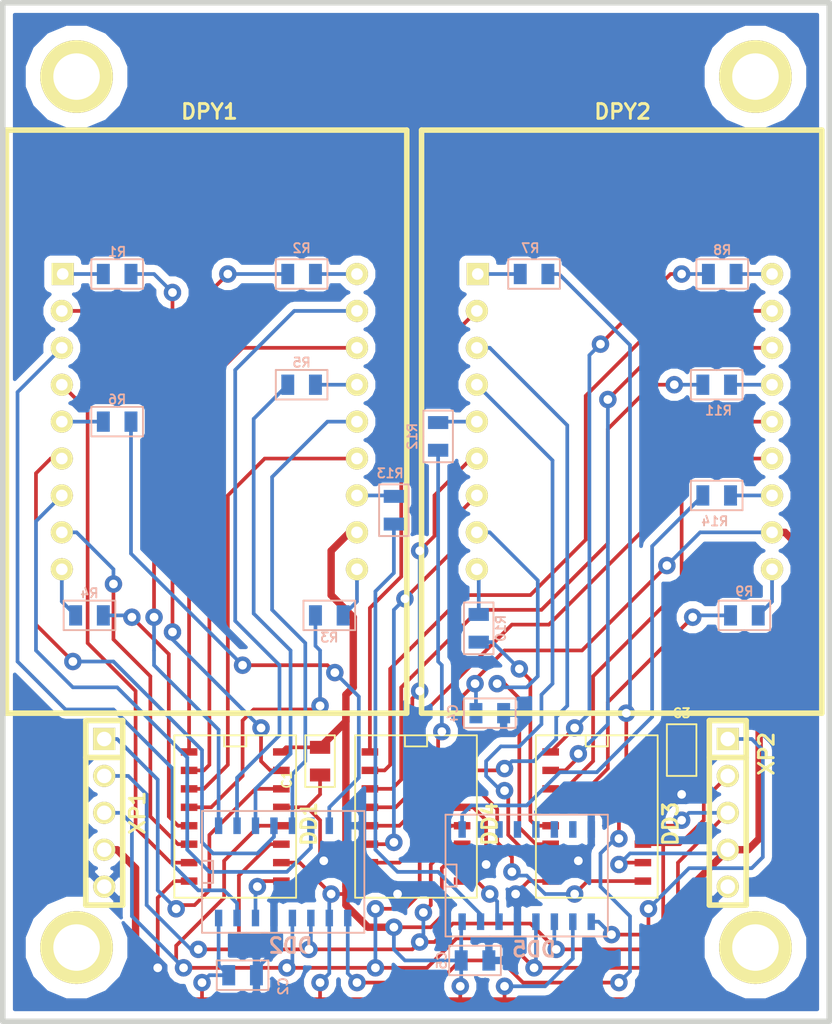
<source format=kicad_pcb>
(kicad_pcb (version 3) (host pcbnew "(2013-jul-07)-stable")

  (general
    (links 100)
    (no_connects 0)
    (area 92.773499 74.104499 150.050501 144.589501)
    (thickness 1.6002)
    (drawings 4)
    (tracks 611)
    (zones 0)
    (modules 32)
    (nets 59)
  )

  (page A4)
  (layers
    (15 Front signal)
    (0 Back signal)
    (16 B.Adhes user)
    (17 F.Adhes user)
    (18 B.Paste user)
    (19 F.Paste user)
    (20 B.SilkS user)
    (21 F.SilkS user)
    (22 B.Mask user)
    (23 F.Mask user)
    (24 Dwgs.User user)
    (25 Cmts.User user)
    (26 Eco1.User user)
    (27 Eco2.User user)
    (28 Edge.Cuts user)
  )

  (setup
    (last_trace_width 0.254)
    (user_trace_width 0.508)
    (trace_clearance 0.254)
    (zone_clearance 0.508)
    (zone_45_only no)
    (trace_min 0.254)
    (segment_width 0.381)
    (edge_width 0.381)
    (via_size 1.00076)
    (via_drill 0.59944)
    (via_min_size 0.889)
    (via_min_drill 0.508)
    (user_via 1.19888 0.59944)
    (uvia_size 0.508)
    (uvia_drill 0.127)
    (uvias_allowed no)
    (uvia_min_size 0.508)
    (uvia_min_drill 0.127)
    (pcb_text_width 0.3048)
    (pcb_text_size 1.524 2.032)
    (mod_edge_width 0.381)
    (mod_text_size 1.524 1.524)
    (mod_text_width 0.3048)
    (pad_size 1.524 1.524)
    (pad_drill 1.00076)
    (pad_to_mask_clearance 0.254)
    (aux_axis_origin 0 0)
    (visible_elements FFFFFFBF)
    (pcbplotparams
      (layerselection 271613953)
      (usegerberextensions true)
      (excludeedgelayer true)
      (linewidth 0.150000)
      (plotframeref false)
      (viasonmask false)
      (mode 1)
      (useauxorigin false)
      (hpglpennumber 1)
      (hpglpenspeed 20)
      (hpglpendiameter 15)
      (hpglpenoverlay 0)
      (psnegative false)
      (psa4output false)
      (plotreference true)
      (plotvalue true)
      (plotothertext true)
      (plotinvisibletext false)
      (padsonsilk true)
      (subtractmaskfromsilk true)
      (outputformat 1)
      (mirror false)
      (drillshape 1)
      (scaleselection 1)
      (outputdirectory ../../../../../../../Документы/GERBER_MOD_16_SEGMENT_LED/))
  )

  (net 0 "")
  (net 1 /DS)
  (net 2 /GND)
  (net 3 /Q7S)
  (net 4 /SHCP)
  (net 5 /STCP)
  (net 6 /VCC)
  (net 7 N-000001)
  (net 8 N-000002)
  (net 9 N-000003)
  (net 10 N-000004)
  (net 11 N-000005)
  (net 12 N-000006)
  (net 13 N-000007)
  (net 14 N-000008)
  (net 15 N-000009)
  (net 16 N-000010)
  (net 17 N-000011)
  (net 18 N-000012)
  (net 19 N-000013)
  (net 20 N-000014)
  (net 21 N-000015)
  (net 22 N-000016)
  (net 23 N-000024)
  (net 24 N-000025)
  (net 25 N-000026)
  (net 26 N-000027)
  (net 27 N-000028)
  (net 28 N-000030)
  (net 29 N-000031)
  (net 30 N-000032)
  (net 31 N-000033)
  (net 32 N-000034)
  (net 33 N-000035)
  (net 34 N-000036)
  (net 35 N-000037)
  (net 36 N-000038)
  (net 37 N-000040)
  (net 38 N-000041)
  (net 39 N-000043)
  (net 40 N-000044)
  (net 41 N-000045)
  (net 42 N-000046)
  (net 43 N-000047)
  (net 44 N-000048)
  (net 45 N-000049)
  (net 46 N-000050)
  (net 47 N-000051)
  (net 48 N-000052)
  (net 49 N-000053)
  (net 50 N-000054)
  (net 51 N-000055)
  (net 52 N-000056)
  (net 53 N-000057)
  (net 54 N-000058)
  (net 55 N-000059)
  (net 56 N-000060)
  (net 57 N-000061)
  (net 58 N-000062)

  (net_class Default "This is the default net class."
    (clearance 0.254)
    (trace_width 0.254)
    (via_dia 1.00076)
    (via_drill 0.59944)
    (uvia_dia 0.508)
    (uvia_drill 0.127)
    (add_net "")
    (add_net /DS)
    (add_net /GND)
    (add_net /Q7S)
    (add_net /SHCP)
    (add_net /STCP)
    (add_net /VCC)
    (add_net N-000001)
    (add_net N-000002)
    (add_net N-000003)
    (add_net N-000004)
    (add_net N-000005)
    (add_net N-000006)
    (add_net N-000007)
    (add_net N-000008)
    (add_net N-000009)
    (add_net N-000010)
    (add_net N-000011)
    (add_net N-000012)
    (add_net N-000013)
    (add_net N-000014)
    (add_net N-000015)
    (add_net N-000016)
    (add_net N-000024)
    (add_net N-000025)
    (add_net N-000026)
    (add_net N-000027)
    (add_net N-000028)
    (add_net N-000030)
    (add_net N-000031)
    (add_net N-000032)
    (add_net N-000033)
    (add_net N-000034)
    (add_net N-000035)
    (add_net N-000036)
    (add_net N-000037)
    (add_net N-000038)
    (add_net N-000040)
    (add_net N-000041)
    (add_net N-000043)
    (add_net N-000044)
    (add_net N-000045)
    (add_net N-000046)
    (add_net N-000047)
    (add_net N-000048)
    (add_net N-000049)
    (add_net N-000050)
    (add_net N-000051)
    (add_net N-000052)
    (add_net N-000053)
    (add_net N-000054)
    (add_net N-000055)
    (add_net N-000056)
    (add_net N-000057)
    (add_net N-000058)
    (add_net N-000059)
    (add_net N-000060)
    (add_net N-000061)
    (add_net N-000062)
  )

  (module 1_pin (layer Front) (tedit 519DD86B) (tstamp 519DD451)
    (at 145.415 78.74)
    (descr "module 1 pin (ou trou mecanique de percage)")
    (tags DEV)
    (path 1_pin)
    (fp_text reference 1_PIN (at 0 -3.048) (layer F.SilkS) hide
      (effects (font (size 0.50038 0.50038) (thickness 0.12446)))
    )
    (fp_text value P*** (at 0 -1.524) (layer F.SilkS) hide
      (effects (font (size 1.016 1.016) (thickness 0.254)))
    )
    (pad 1 thru_hole circle (at -0.635 0.635) (size 5.00126 5.00126) (drill 3.2004)
      (layers *.Cu *.Mask F.SilkS)
      (solder_mask_margin 1.99898)
      (clearance 1.00076)
    )
  )

  (module 1_pin (layer Front) (tedit 519DD862) (tstamp 519DD460)
    (at 144.78 139.7)
    (descr "module 1 pin (ou trou mecanique de percage)")
    (tags DEV)
    (path 1_pin)
    (fp_text reference 1_PIN (at 0 -3.048) (layer F.SilkS) hide
      (effects (font (size 0.50038 0.50038) (thickness 0.12446)))
    )
    (fp_text value P*** (at 0 -1.524) (layer F.SilkS) hide
      (effects (font (size 1.016 1.016) (thickness 0.254)))
    )
    (pad 1 thru_hole circle (at 0 -0.381) (size 5.00126 5.00126) (drill 3.2004)
      (layers *.Cu *.Mask F.SilkS)
      (solder_mask_margin 1.99898)
      (clearance 1.00076)
    )
  )

  (module 1_pin (layer Front) (tedit 519DD872) (tstamp 519DD454)
    (at 96.52 78.105)
    (descr "module 1 pin (ou trou mecanique de percage)")
    (tags DEV)
    (path 1_pin)
    (fp_text reference 1_PIN (at 0 -3.048) (layer F.SilkS) hide
      (effects (font (size 0.50038 0.50038) (thickness 0.12446)))
    )
    (fp_text value P*** (at 0 -1.524) (layer F.SilkS) hide
      (effects (font (size 1.016 1.016) (thickness 0.254)))
    )
    (pad 1 thru_hole circle (at 1.524 1.27) (size 5.00126 5.00126) (drill 3.2004)
      (layers *.Cu *.Mask F.SilkS)
      (solder_mask_margin 1.99898)
      (clearance 1.00076)
    )
  )

  (module SMD0805 (layer Front) (tedit 519DCD1F) (tstamp 51962D19)
    (at 114.808 126.492 270)
    (path /51961017)
    (attr smd)
    (fp_text reference C1 (at 1.27 2.286 270) (layer F.SilkS)
      (effects (font (size 0.635 0.635) (thickness 0.127)))
    )
    (fp_text value 0.1_мк (at 0.254 1.524 270) (layer F.SilkS) hide
      (effects (font (size 0.635 0.635) (thickness 0.127)))
    )
    (fp_line (start 1.778 1.016) (end 1.778 -1.016) (layer F.SilkS) (width 0.127))
    (fp_line (start -1.778 1.016) (end 1.778 1.016) (layer F.SilkS) (width 0.127))
    (fp_line (start -1.778 -1.016) (end -1.778 1.016) (layer F.SilkS) (width 0.127))
    (fp_line (start -1.778 -1.016) (end 1.778 -1.016) (layer F.SilkS) (width 0.127))
    (pad 1 smd rect (at -0.9525 0 270) (size 0.889 1.397)
      (layers Front F.Paste F.Mask)
      (net 6 /VCC)
    )
    (pad 2 smd rect (at 0.9525 0 270) (size 0.889 1.397)
      (layers Front F.Paste F.Mask)
      (net 2 /GND)
    )
    (model smd/chip_cms.wrl
      (at (xyz 0 0 0))
      (scale (xyz 0.1 0.1 0.1))
      (rotate (xyz 0 0 0))
    )
  )

  (module SMD0805 (layer Back) (tedit 51A8561C) (tstamp 51962D1B)
    (at 113.538 92.964)
    (path /516BF39B)
    (attr smd)
    (fp_text reference R2 (at 0 -1.778) (layer B.SilkS)
      (effects (font (size 0.635 0.635) (thickness 0.127)) (justify mirror))
    )
    (fp_text value 220 (at 0.254 -1.524) (layer B.SilkS) hide
      (effects (font (size 0.635 0.635) (thickness 0.127)) (justify mirror))
    )
    (fp_line (start 1.778 -1.016) (end 1.778 1.016) (layer B.SilkS) (width 0.127))
    (fp_line (start -1.778 -1.016) (end 1.778 -1.016) (layer B.SilkS) (width 0.127))
    (fp_line (start -1.778 1.016) (end -1.778 -1.016) (layer B.SilkS) (width 0.127))
    (fp_line (start -1.778 1.016) (end 1.778 1.016) (layer B.SilkS) (width 0.127))
    (pad 1 smd rect (at -0.9525 0) (size 0.889 1.397)
      (layers Back B.Paste B.Mask)
      (net 48 N-000052)
    )
    (pad 2 smd rect (at 0.9525 0) (size 0.889 1.397)
      (layers Back B.Paste B.Mask)
      (net 47 N-000051)
    )
    (model smd/chip_cms.wrl
      (at (xyz 0 0 0))
      (scale (xyz 0.1 0.1 0.1))
      (rotate (xyz 0 0 0))
    )
  )

  (module SMD0805 (layer Back) (tedit 4D1B3978) (tstamp 51962D1D)
    (at 115.443 116.459)
    (path /516BF39F)
    (attr smd)
    (fp_text reference R3 (at 0 1.524) (layer B.SilkS)
      (effects (font (size 0.635 0.635) (thickness 0.127)) (justify mirror))
    )
    (fp_text value 220 (at 0.254 -1.524) (layer B.SilkS) hide
      (effects (font (size 0.635 0.635) (thickness 0.127)) (justify mirror))
    )
    (fp_line (start 1.778 -1.016) (end 1.778 1.016) (layer B.SilkS) (width 0.127))
    (fp_line (start -1.778 -1.016) (end 1.778 -1.016) (layer B.SilkS) (width 0.127))
    (fp_line (start -1.778 1.016) (end -1.778 -1.016) (layer B.SilkS) (width 0.127))
    (fp_line (start -1.778 1.016) (end 1.778 1.016) (layer B.SilkS) (width 0.127))
    (pad 1 smd rect (at -0.9525 0) (size 0.889 1.397)
      (layers Back B.Paste B.Mask)
      (net 50 N-000054)
    )
    (pad 2 smd rect (at 0.9525 0) (size 0.889 1.397)
      (layers Back B.Paste B.Mask)
      (net 49 N-000053)
    )
    (model smd/chip_cms.wrl
      (at (xyz 0 0 0))
      (scale (xyz 0.1 0.1 0.1))
      (rotate (xyz 0 0 0))
    )
  )

  (module SMD0805 (layer Back) (tedit 4D1B3978) (tstamp 51962D1F)
    (at 98.933 116.459 180)
    (path /516BF3B7)
    (attr smd)
    (fp_text reference R4 (at 0 1.524 180) (layer B.SilkS)
      (effects (font (size 0.635 0.635) (thickness 0.127)) (justify mirror))
    )
    (fp_text value 220 (at 0.254 -1.524 180) (layer B.SilkS) hide
      (effects (font (size 0.635 0.635) (thickness 0.127)) (justify mirror))
    )
    (fp_line (start 1.778 -1.016) (end 1.778 1.016) (layer B.SilkS) (width 0.127))
    (fp_line (start -1.778 -1.016) (end 1.778 -1.016) (layer B.SilkS) (width 0.127))
    (fp_line (start -1.778 1.016) (end -1.778 -1.016) (layer B.SilkS) (width 0.127))
    (fp_line (start -1.778 1.016) (end 1.778 1.016) (layer B.SilkS) (width 0.127))
    (pad 1 smd rect (at -0.9525 0 180) (size 0.889 1.397)
      (layers Back B.Paste B.Mask)
      (net 52 N-000056)
    )
    (pad 2 smd rect (at 0.9525 0 180) (size 0.889 1.397)
      (layers Back B.Paste B.Mask)
      (net 51 N-000055)
    )
    (model smd/chip_cms.wrl
      (at (xyz 0 0 0))
      (scale (xyz 0.1 0.1 0.1))
      (rotate (xyz 0 0 0))
    )
  )

  (module SMD0805 (layer Back) (tedit 4D1B3978) (tstamp 51962D21)
    (at 100.838 103.124 180)
    (path /516BF3CC)
    (attr smd)
    (fp_text reference R6 (at 0 1.524 180) (layer B.SilkS)
      (effects (font (size 0.635 0.635) (thickness 0.127)) (justify mirror))
    )
    (fp_text value 220 (at 0.254 -1.524 180) (layer B.SilkS) hide
      (effects (font (size 0.635 0.635) (thickness 0.127)) (justify mirror))
    )
    (fp_line (start 1.778 -1.016) (end 1.778 1.016) (layer B.SilkS) (width 0.127))
    (fp_line (start -1.778 -1.016) (end 1.778 -1.016) (layer B.SilkS) (width 0.127))
    (fp_line (start -1.778 1.016) (end -1.778 -1.016) (layer B.SilkS) (width 0.127))
    (fp_line (start -1.778 1.016) (end 1.778 1.016) (layer B.SilkS) (width 0.127))
    (pad 1 smd rect (at -0.9525 0 180) (size 0.889 1.397)
      (layers Back B.Paste B.Mask)
      (net 37 N-000040)
    )
    (pad 2 smd rect (at 0.9525 0 180) (size 0.889 1.397)
      (layers Back B.Paste B.Mask)
      (net 54 N-000058)
    )
    (model smd/chip_cms.wrl
      (at (xyz 0 0 0))
      (scale (xyz 0.1 0.1 0.1))
      (rotate (xyz 0 0 0))
    )
  )

  (module SMD0805 (layer Back) (tedit 4D1B3978) (tstamp 51962D23)
    (at 100.838 92.964 180)
    (path /516BF3CD)
    (attr smd)
    (fp_text reference R1 (at 0 1.524 180) (layer B.SilkS)
      (effects (font (size 0.635 0.635) (thickness 0.127)) (justify mirror))
    )
    (fp_text value 220 (at 0.254 -1.524 180) (layer B.SilkS) hide
      (effects (font (size 0.635 0.635) (thickness 0.127)) (justify mirror))
    )
    (fp_line (start 1.778 -1.016) (end 1.778 1.016) (layer B.SilkS) (width 0.127))
    (fp_line (start -1.778 -1.016) (end 1.778 -1.016) (layer B.SilkS) (width 0.127))
    (fp_line (start -1.778 1.016) (end -1.778 -1.016) (layer B.SilkS) (width 0.127))
    (fp_line (start -1.778 1.016) (end 1.778 1.016) (layer B.SilkS) (width 0.127))
    (pad 1 smd rect (at -0.9525 0 180) (size 0.889 1.397)
      (layers Back B.Paste B.Mask)
      (net 35 N-000037)
    )
    (pad 2 smd rect (at 0.9525 0 180) (size 0.889 1.397)
      (layers Back B.Paste B.Mask)
      (net 46 N-000050)
    )
    (model smd/chip_cms.wrl
      (at (xyz 0 0 0))
      (scale (xyz 0.1 0.1 0.1))
      (rotate (xyz 0 0 0))
    )
  )

  (module SMD0805 (layer Back) (tedit 51A8776B) (tstamp 51962D25)
    (at 113.538 100.584)
    (path /516BF3D0)
    (attr smd)
    (fp_text reference R5 (at 0 -1.524) (layer B.SilkS)
      (effects (font (size 0.635 0.635) (thickness 0.127)) (justify mirror))
    )
    (fp_text value 220 (at 0.254 -1.524) (layer B.SilkS) hide
      (effects (font (size 0.635 0.635) (thickness 0.127)) (justify mirror))
    )
    (fp_line (start 1.778 -1.016) (end 1.778 1.016) (layer B.SilkS) (width 0.127))
    (fp_line (start -1.778 -1.016) (end 1.778 -1.016) (layer B.SilkS) (width 0.127))
    (fp_line (start -1.778 1.016) (end -1.778 -1.016) (layer B.SilkS) (width 0.127))
    (fp_line (start -1.778 1.016) (end 1.778 1.016) (layer B.SilkS) (width 0.127))
    (pad 1 smd rect (at -0.9525 0) (size 0.889 1.397)
      (layers Back B.Paste B.Mask)
      (net 32 N-000034)
    )
    (pad 2 smd rect (at 0.9525 0) (size 0.889 1.397)
      (layers Back B.Paste B.Mask)
      (net 36 N-000038)
    )
    (model smd/chip_cms.wrl
      (at (xyz 0 0 0))
      (scale (xyz 0.1 0.1 0.1))
      (rotate (xyz 0 0 0))
    )
  )

  (module SMD0805 (layer Back) (tedit 51A8775F) (tstamp 51962D27)
    (at 119.888 109.22 90)
    (path /519614DB)
    (attr smd)
    (fp_text reference R13 (at 2.54 -0.254 180) (layer B.SilkS)
      (effects (font (size 0.635 0.635) (thickness 0.127)) (justify mirror))
    )
    (fp_text value 220 (at 0.254 -1.524 90) (layer B.SilkS) hide
      (effects (font (size 0.635 0.635) (thickness 0.127)) (justify mirror))
    )
    (fp_line (start 1.778 -1.016) (end 1.778 1.016) (layer B.SilkS) (width 0.127))
    (fp_line (start -1.778 -1.016) (end 1.778 -1.016) (layer B.SilkS) (width 0.127))
    (fp_line (start -1.778 1.016) (end -1.778 -1.016) (layer B.SilkS) (width 0.127))
    (fp_line (start -1.778 1.016) (end 1.778 1.016) (layer B.SilkS) (width 0.127))
    (pad 1 smd rect (at -0.9525 0 90) (size 0.889 1.397)
      (layers Back B.Paste B.Mask)
      (net 21 N-000015)
    )
    (pad 2 smd rect (at 0.9525 0 90) (size 0.889 1.397)
      (layers Back B.Paste B.Mask)
      (net 40 N-000044)
    )
    (model smd/chip_cms.wrl
      (at (xyz 0 0 0))
      (scale (xyz 0.1 0.1 0.1))
      (rotate (xyz 0 0 0))
    )
  )

  (module SMD0805 (layer Back) (tedit 51A84467) (tstamp 51962D29)
    (at 126.492 123.19)
    (path /51961577)
    (attr smd)
    (fp_text reference C4 (at -2.54 0 270) (layer B.SilkS)
      (effects (font (size 0.635 0.635) (thickness 0.127)) (justify mirror))
    )
    (fp_text value 0.1_мк (at 0.254 -1.524) (layer B.SilkS) hide
      (effects (font (size 0.635 0.635) (thickness 0.127)) (justify mirror))
    )
    (fp_line (start 1.778 -1.016) (end 1.778 1.016) (layer B.SilkS) (width 0.127))
    (fp_line (start -1.778 -1.016) (end 1.778 -1.016) (layer B.SilkS) (width 0.127))
    (fp_line (start -1.778 1.016) (end -1.778 -1.016) (layer B.SilkS) (width 0.127))
    (fp_line (start -1.778 1.016) (end 1.778 1.016) (layer B.SilkS) (width 0.127))
    (pad 1 smd rect (at -0.9525 0) (size 0.889 1.397)
      (layers Back B.Paste B.Mask)
      (net 6 /VCC)
    )
    (pad 2 smd rect (at 0.9525 0) (size 0.889 1.397)
      (layers Back B.Paste B.Mask)
      (net 2 /GND)
    )
    (model smd/chip_cms.wrl
      (at (xyz 0 0 0))
      (scale (xyz 0.1 0.1 0.1))
      (rotate (xyz 0 0 0))
    )
  )

  (module SMD0805 (layer Back) (tedit 51A8617F) (tstamp 51962D2B)
    (at 109.474 141.224)
    (path /51961040)
    (attr smd)
    (fp_text reference C2 (at 2.794 0.762 90) (layer B.SilkS)
      (effects (font (size 0.635 0.635) (thickness 0.127)) (justify mirror))
    )
    (fp_text value 0.1_мк (at 0.254 -1.524) (layer B.SilkS) hide
      (effects (font (size 0.635 0.635) (thickness 0.127)) (justify mirror))
    )
    (fp_line (start 1.778 -1.016) (end 1.778 1.016) (layer B.SilkS) (width 0.127))
    (fp_line (start -1.778 -1.016) (end 1.778 -1.016) (layer B.SilkS) (width 0.127))
    (fp_line (start -1.778 1.016) (end -1.778 -1.016) (layer B.SilkS) (width 0.127))
    (fp_line (start -1.778 1.016) (end 1.778 1.016) (layer B.SilkS) (width 0.127))
    (pad 1 smd rect (at -0.9525 0) (size 0.889 1.397)
      (layers Back B.Paste B.Mask)
      (net 6 /VCC)
    )
    (pad 2 smd rect (at 0.9525 0) (size 0.889 1.397)
      (layers Back B.Paste B.Mask)
      (net 2 /GND)
    )
    (model smd/chip_cms.wrl
      (at (xyz 0 0 0))
      (scale (xyz 0.1 0.1 0.1))
      (rotate (xyz 0 0 0))
    )
  )

  (module SMD0805 (layer Front) (tedit 519DCE67) (tstamp 51962D2D)
    (at 139.7 125.73 270)
    (path /51961043)
    (attr smd)
    (fp_text reference C3 (at -2.54 0 540) (layer F.SilkS)
      (effects (font (size 0.635 0.635) (thickness 0.127)))
    )
    (fp_text value 0.1_мк (at 0.254 1.524 270) (layer F.SilkS) hide
      (effects (font (size 0.635 0.635) (thickness 0.127)))
    )
    (fp_line (start 1.778 1.016) (end 1.778 -1.016) (layer F.SilkS) (width 0.127))
    (fp_line (start -1.778 1.016) (end 1.778 1.016) (layer F.SilkS) (width 0.127))
    (fp_line (start -1.778 -1.016) (end -1.778 1.016) (layer F.SilkS) (width 0.127))
    (fp_line (start -1.778 -1.016) (end 1.778 -1.016) (layer F.SilkS) (width 0.127))
    (pad 1 smd rect (at -0.9525 0 270) (size 0.889 1.397)
      (layers Front F.Paste F.Mask)
      (net 6 /VCC)
    )
    (pad 2 smd rect (at 0.9525 0 270) (size 0.889 1.397)
      (layers Front F.Paste F.Mask)
      (net 2 /GND)
    )
    (model smd/chip_cms.wrl
      (at (xyz 0 0 0))
      (scale (xyz 0.1 0.1 0.1))
      (rotate (xyz 0 0 0))
    )
  )

  (module SMD0805 (layer Back) (tedit 51A852B2) (tstamp 51962D2F)
    (at 129.54 92.964 180)
    (path /519613A8)
    (attr smd)
    (fp_text reference R7 (at 0.254 1.778 180) (layer B.SilkS)
      (effects (font (size 0.635 0.635) (thickness 0.127)) (justify mirror))
    )
    (fp_text value 220 (at 0.254 -1.524 180) (layer B.SilkS) hide
      (effects (font (size 0.635 0.635) (thickness 0.127)) (justify mirror))
    )
    (fp_line (start 1.778 -1.016) (end 1.778 1.016) (layer B.SilkS) (width 0.127))
    (fp_line (start -1.778 -1.016) (end 1.778 -1.016) (layer B.SilkS) (width 0.127))
    (fp_line (start -1.778 1.016) (end -1.778 -1.016) (layer B.SilkS) (width 0.127))
    (fp_line (start -1.778 1.016) (end 1.778 1.016) (layer B.SilkS) (width 0.127))
    (pad 1 smd rect (at -0.9525 0 180) (size 0.889 1.397)
      (layers Back B.Paste B.Mask)
      (net 38 N-000041)
    )
    (pad 2 smd rect (at 0.9525 0 180) (size 0.889 1.397)
      (layers Back B.Paste B.Mask)
      (net 11 N-000005)
    )
    (model smd/chip_cms.wrl
      (at (xyz 0 0 0))
      (scale (xyz 0.1 0.1 0.1))
      (rotate (xyz 0 0 0))
    )
  )

  (module SMD0805 (layer Back) (tedit 519DD497) (tstamp 51962D31)
    (at 142.494 92.964)
    (path /519613F2)
    (attr smd)
    (fp_text reference R8 (at 0 -1.651) (layer B.SilkS)
      (effects (font (size 0.635 0.635) (thickness 0.127)) (justify mirror))
    )
    (fp_text value 220 (at 0.254 -1.524) (layer B.SilkS) hide
      (effects (font (size 0.635 0.635) (thickness 0.127)) (justify mirror))
    )
    (fp_line (start 1.778 -1.016) (end 1.778 1.016) (layer B.SilkS) (width 0.127))
    (fp_line (start -1.778 -1.016) (end 1.778 -1.016) (layer B.SilkS) (width 0.127))
    (fp_line (start -1.778 1.016) (end -1.778 -1.016) (layer B.SilkS) (width 0.127))
    (fp_line (start -1.778 1.016) (end 1.778 1.016) (layer B.SilkS) (width 0.127))
    (pad 1 smd rect (at -0.9525 0) (size 0.889 1.397)
      (layers Back B.Paste B.Mask)
      (net 23 N-000024)
    )
    (pad 2 smd rect (at 0.9525 0) (size 0.889 1.397)
      (layers Back B.Paste B.Mask)
      (net 16 N-000010)
    )
    (model smd/chip_cms.wrl
      (at (xyz 0 0 0))
      (scale (xyz 0.1 0.1 0.1))
      (rotate (xyz 0 0 0))
    )
  )

  (module SMD0805 (layer Back) (tedit 519DD476) (tstamp 51962D33)
    (at 144.018 116.459)
    (path /51961414)
    (attr smd)
    (fp_text reference R9 (at 0 -1.651) (layer B.SilkS)
      (effects (font (size 0.635 0.635) (thickness 0.127)) (justify mirror))
    )
    (fp_text value 220 (at 0.254 -1.524) (layer B.SilkS) hide
      (effects (font (size 0.635 0.635) (thickness 0.127)) (justify mirror))
    )
    (fp_line (start 1.778 -1.016) (end 1.778 1.016) (layer B.SilkS) (width 0.127))
    (fp_line (start -1.778 -1.016) (end 1.778 -1.016) (layer B.SilkS) (width 0.127))
    (fp_line (start -1.778 1.016) (end -1.778 -1.016) (layer B.SilkS) (width 0.127))
    (fp_line (start -1.778 1.016) (end 1.778 1.016) (layer B.SilkS) (width 0.127))
    (pad 1 smd rect (at -0.9525 0) (size 0.889 1.397)
      (layers Back B.Paste B.Mask)
      (net 25 N-000026)
    )
    (pad 2 smd rect (at 0.9525 0) (size 0.889 1.397)
      (layers Back B.Paste B.Mask)
      (net 24 N-000025)
    )
    (model smd/chip_cms.wrl
      (at (xyz 0 0 0))
      (scale (xyz 0.1 0.1 0.1))
      (rotate (xyz 0 0 0))
    )
  )

  (module SMD0805 (layer Back) (tedit 4D1B3978) (tstamp 51962D35)
    (at 125.73 117.348 90)
    (path /5196141C)
    (attr smd)
    (fp_text reference R10 (at 0 1.524 90) (layer B.SilkS)
      (effects (font (size 0.635 0.635) (thickness 0.127)) (justify mirror))
    )
    (fp_text value 220 (at 0.254 -1.524 90) (layer B.SilkS) hide
      (effects (font (size 0.635 0.635) (thickness 0.127)) (justify mirror))
    )
    (fp_line (start 1.778 -1.016) (end 1.778 1.016) (layer B.SilkS) (width 0.127))
    (fp_line (start -1.778 -1.016) (end 1.778 -1.016) (layer B.SilkS) (width 0.127))
    (fp_line (start -1.778 1.016) (end -1.778 -1.016) (layer B.SilkS) (width 0.127))
    (fp_line (start -1.778 1.016) (end 1.778 1.016) (layer B.SilkS) (width 0.127))
    (pad 1 smd rect (at -0.9525 0 90) (size 0.889 1.397)
      (layers Back B.Paste B.Mask)
      (net 27 N-000028)
    )
    (pad 2 smd rect (at 0.9525 0 90) (size 0.889 1.397)
      (layers Back B.Paste B.Mask)
      (net 26 N-000027)
    )
    (model smd/chip_cms.wrl
      (at (xyz 0 0 0))
      (scale (xyz 0.1 0.1 0.1))
      (rotate (xyz 0 0 0))
    )
  )

  (module SMD0805 (layer Back) (tedit 51A87765) (tstamp 51962D37)
    (at 122.936 104.14 90)
    (path /51963373)
    (attr smd)
    (fp_text reference R12 (at 0 -1.778 90) (layer B.SilkS)
      (effects (font (size 0.635 0.635) (thickness 0.127)) (justify mirror))
    )
    (fp_text value 220 (at 0.254 -1.524 90) (layer B.SilkS) hide
      (effects (font (size 0.635 0.635) (thickness 0.127)) (justify mirror))
    )
    (fp_line (start 1.778 -1.016) (end 1.778 1.016) (layer B.SilkS) (width 0.127))
    (fp_line (start -1.778 -1.016) (end 1.778 -1.016) (layer B.SilkS) (width 0.127))
    (fp_line (start -1.778 1.016) (end -1.778 -1.016) (layer B.SilkS) (width 0.127))
    (fp_line (start -1.778 1.016) (end 1.778 1.016) (layer B.SilkS) (width 0.127))
    (pad 1 smd rect (at -0.9525 0 90) (size 0.889 1.397)
      (layers Back B.Paste B.Mask)
      (net 58 N-000062)
    )
    (pad 2 smd rect (at 0.9525 0 90) (size 0.889 1.397)
      (layers Back B.Paste B.Mask)
      (net 57 N-000061)
    )
    (model smd/chip_cms.wrl
      (at (xyz 0 0 0))
      (scale (xyz 0.1 0.1 0.1))
      (rotate (xyz 0 0 0))
    )
  )

  (module SMD0805 (layer Back) (tedit 519DD485) (tstamp 51962D39)
    (at 142.113 100.584)
    (path /519614F4)
    (attr smd)
    (fp_text reference R11 (at 0.127 1.778) (layer B.SilkS)
      (effects (font (size 0.635 0.635) (thickness 0.127)) (justify mirror))
    )
    (fp_text value 220 (at 0.254 -1.524) (layer B.SilkS) hide
      (effects (font (size 0.635 0.635) (thickness 0.127)) (justify mirror))
    )
    (fp_line (start 1.778 -1.016) (end 1.778 1.016) (layer B.SilkS) (width 0.127))
    (fp_line (start -1.778 -1.016) (end 1.778 -1.016) (layer B.SilkS) (width 0.127))
    (fp_line (start -1.778 1.016) (end -1.778 -1.016) (layer B.SilkS) (width 0.127))
    (fp_line (start -1.778 1.016) (end 1.778 1.016) (layer B.SilkS) (width 0.127))
    (pad 1 smd rect (at -0.9525 0) (size 0.889 1.397)
      (layers Back B.Paste B.Mask)
      (net 20 N-000014)
    )
    (pad 2 smd rect (at 0.9525 0) (size 0.889 1.397)
      (layers Back B.Paste B.Mask)
      (net 19 N-000013)
    )
    (model smd/chip_cms.wrl
      (at (xyz 0 0 0))
      (scale (xyz 0.1 0.1 0.1))
      (rotate (xyz 0 0 0))
    )
  )

  (module SMD0805 (layer Back) (tedit 51A844EA) (tstamp 51962D3B)
    (at 125.476 140.208)
    (path /51961576)
    (attr smd)
    (fp_text reference C5 (at -2.286 0 270) (layer B.SilkS)
      (effects (font (size 0.635 0.635) (thickness 0.127)) (justify mirror))
    )
    (fp_text value 0.1_мк (at 0.254 -1.524) (layer B.SilkS) hide
      (effects (font (size 0.635 0.635) (thickness 0.127)) (justify mirror))
    )
    (fp_line (start 1.778 -1.016) (end 1.778 1.016) (layer B.SilkS) (width 0.127))
    (fp_line (start -1.778 -1.016) (end 1.778 -1.016) (layer B.SilkS) (width 0.127))
    (fp_line (start -1.778 1.016) (end -1.778 -1.016) (layer B.SilkS) (width 0.127))
    (fp_line (start -1.778 1.016) (end 1.778 1.016) (layer B.SilkS) (width 0.127))
    (pad 1 smd rect (at -0.9525 0) (size 0.889 1.397)
      (layers Back B.Paste B.Mask)
      (net 6 /VCC)
    )
    (pad 2 smd rect (at 0.9525 0) (size 0.889 1.397)
      (layers Back B.Paste B.Mask)
      (net 2 /GND)
    )
    (model smd/chip_cms.wrl
      (at (xyz 0 0 0))
      (scale (xyz 0.1 0.1 0.1))
      (rotate (xyz 0 0 0))
    )
  )

  (module PSA12-11 (layer Front) (tedit 519DD5D1) (tstamp 51963173)
    (at 125.603 92.964)
    (descr "Double rangee de contacts 2 x 5 pins")
    (tags CONN)
    (path /5196139C)
    (fp_text reference DPY2 (at 10.033 -11.176) (layer F.SilkS)
      (effects (font (size 1.016 1.016) (thickness 0.2032)))
    )
    (fp_text value PSA12-11SRWA (at 10.16 27.94) (layer F.SilkS) hide
      (effects (font (size 1.016 1.016) (thickness 0.2032)))
    )
    (fp_line (start 23.749 -9.906) (end 23.749 30.226) (layer F.SilkS) (width 0.381))
    (fp_line (start -3.81 30.226) (end 23.749 30.226) (layer F.SilkS) (width 0.381))
    (fp_line (start -3.81 -9.906) (end -3.81 30.226) (layer F.SilkS) (width 0.381))
    (fp_line (start -3.81 -9.906) (end 23.749 -9.906) (layer F.SilkS) (width 0.381))
    (pad 18 thru_hole circle (at 20.32 0) (size 1.524 1.524) (drill 0.8001)
      (layers *.Cu *.Mask F.SilkS)
      (net 16 N-000010)
    )
    (pad 15 thru_hole circle (at 20.32 7.62) (size 1.524 1.524) (drill 0.8001)
      (layers *.Cu *.Mask F.SilkS)
      (net 19 N-000013)
    )
    (pad 16 thru_hole circle (at 20.32 5.08) (size 1.524 1.524) (drill 0.8001)
      (layers *.Cu *.Mask F.SilkS)
      (net 15 N-000009)
    )
    (pad 17 thru_hole circle (at 20.32 2.54) (size 1.524 1.524) (drill 0.8001)
      (layers *.Cu *.Mask F.SilkS)
      (net 18 N-000012)
    )
    (pad 14 thru_hole circle (at 20.32 10.16) (size 1.524 1.524) (drill 0.8001)
      (layers *.Cu *.Mask F.SilkS)
      (net 7 N-000001)
    )
    (pad 13 thru_hole circle (at 20.32 12.7) (size 1.524 1.524) (drill 0.8001)
      (layers *.Cu *.Mask F.SilkS)
      (net 14 N-000008)
    )
    (pad 10 thru_hole circle (at 20.32 20.32) (size 1.524 1.524) (drill 0.8001)
      (layers *.Cu *.Mask F.SilkS)
      (net 24 N-000025)
    )
    (pad 11 thru_hole circle (at 20.32 17.78) (size 1.524 1.524) (drill 0.8001)
      (layers *.Cu *.Mask F.SilkS)
      (net 6 /VCC)
    )
    (pad 12 thru_hole circle (at 20.32 15.24) (size 1.524 1.524) (drill 0.8001)
      (layers *.Cu *.Mask F.SilkS)
      (net 17 N-000011)
    )
    (pad 7 thru_hole circle (at 0 15.24) (size 1.524 1.524) (drill 0.8001)
      (layers *.Cu *.Mask F.SilkS)
      (net 8 N-000002)
    )
    (pad 8 thru_hole circle (at 0 17.78) (size 1.524 1.524) (drill 0.8001)
      (layers *.Cu *.Mask F.SilkS)
      (net 13 N-000007)
    )
    (pad 9 thru_hole circle (at 0 20.32) (size 1.524 1.524) (drill 0.8001)
      (layers *.Cu *.Mask F.SilkS)
      (net 26 N-000027)
    )
    (pad 6 thru_hole circle (at 0 12.7) (size 1.524 1.524) (drill 0.8001)
      (layers *.Cu *.Mask F.SilkS)
      (net 9 N-000003)
    )
    (pad 5 thru_hole circle (at 0 10.16) (size 1.524 1.524) (drill 0.8001)
      (layers *.Cu *.Mask F.SilkS)
      (net 57 N-000061)
    )
    (pad 1 thru_hole rect (at 0.06096 0) (size 1.524 1.524) (drill 0.8001)
      (layers *.Cu *.Mask F.SilkS)
      (net 11 N-000005)
    )
    (pad 2 thru_hole circle (at 0 2.54) (size 1.524 1.524) (drill 0.8001)
      (layers *.Cu *.Mask F.SilkS)
      (net 10 N-000004)
    )
    (pad 3 thru_hole circle (at 0 5.08) (size 1.524 1.524) (drill 0.8001)
      (layers *.Cu *.Mask F.SilkS)
      (net 28 N-000030)
    )
    (pad 4 thru_hole circle (at 0 7.62) (size 1.524 1.524) (drill 0.8001)
      (layers *.Cu *.Mask F.SilkS)
      (net 12 N-000006)
    )
  )

  (module PSA12-11 (layer Front) (tedit 519DD5C9) (tstamp 51962D3E)
    (at 97.028 92.964)
    (descr "Double rangee de contacts 2 x 5 pins")
    (tags CONN)
    (path /516BF1F6)
    (fp_text reference DPY1 (at 10.16 -11.176) (layer F.SilkS)
      (effects (font (size 1.016 1.016) (thickness 0.2032)))
    )
    (fp_text value PSA12-11SRWA (at 10.16 27.94) (layer F.SilkS) hide
      (effects (font (size 1.016 1.016) (thickness 0.2032)))
    )
    (fp_line (start 23.749 -9.906) (end 23.749 30.226) (layer F.SilkS) (width 0.381))
    (fp_line (start -3.81 30.226) (end 23.749 30.226) (layer F.SilkS) (width 0.381))
    (fp_line (start -3.81 -9.906) (end -3.81 30.226) (layer F.SilkS) (width 0.381))
    (fp_line (start -3.81 -9.906) (end 23.749 -9.906) (layer F.SilkS) (width 0.381))
    (pad 18 thru_hole circle (at 20.32 0) (size 1.524 1.524) (drill 0.8001)
      (layers *.Cu *.Mask F.SilkS)
      (net 47 N-000051)
    )
    (pad 15 thru_hole circle (at 20.32 7.62) (size 1.524 1.524) (drill 0.8001)
      (layers *.Cu *.Mask F.SilkS)
      (net 36 N-000038)
    )
    (pad 16 thru_hole circle (at 20.32 5.08) (size 1.524 1.524) (drill 0.8001)
      (layers *.Cu *.Mask F.SilkS)
      (net 34 N-000036)
    )
    (pad 17 thru_hole circle (at 20.32 2.54) (size 1.524 1.524) (drill 0.8001)
      (layers *.Cu *.Mask F.SilkS)
      (net 33 N-000035)
    )
    (pad 14 thru_hole circle (at 20.32 10.16) (size 1.524 1.524) (drill 0.8001)
      (layers *.Cu *.Mask F.SilkS)
      (net 31 N-000033)
    )
    (pad 13 thru_hole circle (at 20.32 12.7) (size 1.524 1.524) (drill 0.8001)
      (layers *.Cu *.Mask F.SilkS)
      (net 39 N-000043)
    )
    (pad 10 thru_hole circle (at 20.32 20.32) (size 1.524 1.524) (drill 0.8001)
      (layers *.Cu *.Mask F.SilkS)
      (net 49 N-000053)
    )
    (pad 11 thru_hole circle (at 20.32 17.78) (size 1.524 1.524) (drill 0.8001)
      (layers *.Cu *.Mask F.SilkS)
      (net 6 /VCC)
    )
    (pad 12 thru_hole circle (at 20.32 15.24) (size 1.524 1.524) (drill 0.8001)
      (layers *.Cu *.Mask F.SilkS)
      (net 40 N-000044)
    )
    (pad 7 thru_hole circle (at 0 15.24) (size 1.524 1.524) (drill 0.8001)
      (layers *.Cu *.Mask F.SilkS)
      (net 42 N-000046)
    )
    (pad 8 thru_hole circle (at 0 17.78) (size 1.524 1.524) (drill 0.8001)
      (layers *.Cu *.Mask F.SilkS)
      (net 41 N-000045)
    )
    (pad 9 thru_hole circle (at 0 20.32) (size 1.524 1.524) (drill 0.8001)
      (layers *.Cu *.Mask F.SilkS)
      (net 51 N-000055)
    )
    (pad 6 thru_hole circle (at 0 12.7) (size 1.524 1.524) (drill 0.8001)
      (layers *.Cu *.Mask F.SilkS)
      (net 53 N-000057)
    )
    (pad 5 thru_hole circle (at 0 10.16) (size 1.524 1.524) (drill 0.8001)
      (layers *.Cu *.Mask F.SilkS)
      (net 54 N-000058)
    )
    (pad 1 thru_hole rect (at 0.06096 0) (size 1.524 1.524) (drill 0.8001)
      (layers *.Cu *.Mask F.SilkS)
      (net 46 N-000050)
    )
    (pad 2 thru_hole circle (at 0 2.54) (size 1.524 1.524) (drill 0.8001)
      (layers *.Cu *.Mask F.SilkS)
      (net 45 N-000049)
    )
    (pad 3 thru_hole circle (at 0 5.08) (size 1.524 1.524) (drill 0.8001)
      (layers *.Cu *.Mask F.SilkS)
      (net 56 N-000060)
    )
    (pad 4 thru_hole circle (at 0 7.62) (size 1.524 1.524) (drill 0.8001)
      (layers *.Cu *.Mask F.SilkS)
      (net 43 N-000047)
    )
  )

  (module PIN_ARRAY_5x1 (layer Front) (tedit 519DD4B2) (tstamp 51962D3F)
    (at 142.875 130.048 270)
    (descr "Double rangee de contacts 2 x 5 pins")
    (tags CONN)
    (path /51960AC6)
    (fp_text reference XP2 (at -4.064 -2.667 270) (layer F.SilkS)
      (effects (font (size 1.016 1.016) (thickness 0.2032)))
    )
    (fp_text value PBS-5R (at 0.508 2.54 270) (layer F.SilkS) hide
      (effects (font (size 1.016 1.016) (thickness 0.2032)))
    )
    (fp_line (start 6.35 1.27) (end -6.35 1.27) (layer F.SilkS) (width 0.381))
    (fp_line (start -6.35 -1.27) (end 6.35 -1.27) (layer F.SilkS) (width 0.381))
    (fp_line (start -3.81 -1.27) (end -3.81 1.27) (layer F.SilkS) (width 0.381))
    (fp_line (start -6.35 -1.27) (end -6.35 1.27) (layer F.SilkS) (width 0.381))
    (fp_line (start 6.35 1.27) (end 6.35 -1.27) (layer F.SilkS) (width 0.381))
    (pad 5 thru_hole circle (at 5.08 0 270) (size 1.524 1.524) (drill 1.00076)
      (layers *.Cu *.Mask F.SilkS)
      (net 2 /GND)
    )
    (pad 1 thru_hole rect (at -5.08 0 270) (size 1.524 1.524) (drill 1.00076)
      (layers *.Cu *.Mask F.SilkS)
      (net 3 /Q7S)
    )
    (pad 2 thru_hole circle (at -2.54 0 270) (size 1.524 1.524) (drill 1.00076)
      (layers *.Cu *.Mask F.SilkS)
      (net 4 /SHCP)
    )
    (pad 3 thru_hole circle (at 0 0 270) (size 1.524 1.524) (drill 1.00076)
      (layers *.Cu *.Mask F.SilkS)
      (net 5 /STCP)
    )
    (pad 4 thru_hole circle (at 2.54 0 270) (size 1.524 1.524) (drill 1.00076)
      (layers *.Cu *.Mask F.SilkS)
      (net 6 /VCC)
    )
  )

  (module PIN_ARRAY_5x1 (layer Front) (tedit 51E90146) (tstamp 519B4B6B)
    (at 99.949 130.048 270)
    (descr "Double rangee de contacts 2 x 5 pins")
    (tags CONN)
    (path /516BE701)
    (fp_text reference XP1 (at 0 -2.286 270) (layer F.SilkS)
      (effects (font (size 1.016 1.016) (thickness 0.2032)))
    )
    (fp_text value PLS-5/PLS2-5R (at -0.127 2.54 270) (layer F.SilkS) hide
      (effects (font (size 1.016 1.016) (thickness 0.2032)))
    )
    (fp_line (start 6.35 1.27) (end -6.35 1.27) (layer F.SilkS) (width 0.381))
    (fp_line (start -6.35 -1.27) (end 6.35 -1.27) (layer F.SilkS) (width 0.381))
    (fp_line (start -3.81 -1.27) (end -3.81 1.27) (layer F.SilkS) (width 0.381))
    (fp_line (start -6.35 -1.27) (end -6.35 1.27) (layer F.SilkS) (width 0.381))
    (fp_line (start 6.35 1.27) (end 6.35 -1.27) (layer F.SilkS) (width 0.381))
    (pad 5 thru_hole circle (at 5.08 0 270) (size 1.524 1.524) (drill 1.00076)
      (layers *.Cu *.Mask F.SilkS)
      (net 2 /GND)
    )
    (pad 1 thru_hole rect (at -5.08 0 270) (size 1.524 1.524) (drill 1.00076)
      (layers *.Cu *.Mask F.SilkS)
      (net 1 /DS)
    )
    (pad 2 thru_hole circle (at -2.54 0 270) (size 1.524 1.524) (drill 1.00076)
      (layers *.Cu *.Mask F.SilkS)
      (net 4 /SHCP)
    )
    (pad 3 thru_hole circle (at 0 0 270) (size 1.524 1.524) (drill 1.00076)
      (layers *.Cu *.Mask F.SilkS)
      (net 5 /STCP)
    )
    (pad 4 thru_hole circle (at 2.54 0 270) (size 1.524 1.524) (drill 1.00076)
      (layers *.Cu *.Mask F.SilkS)
      (net 6 /VCC)
    )
  )

  (module SMD0805 (layer Back) (tedit 519DD480) (tstamp 51963427)
    (at 142.113 108.204)
    (path /51960DDD)
    (attr smd)
    (fp_text reference R14 (at -0.127 1.778) (layer B.SilkS)
      (effects (font (size 0.635 0.635) (thickness 0.127)) (justify mirror))
    )
    (fp_text value 220 (at 0.254 -1.524) (layer B.SilkS) hide
      (effects (font (size 0.635 0.635) (thickness 0.127)) (justify mirror))
    )
    (fp_line (start 1.778 -1.016) (end 1.778 1.016) (layer B.SilkS) (width 0.127))
    (fp_line (start -1.778 -1.016) (end 1.778 -1.016) (layer B.SilkS) (width 0.127))
    (fp_line (start -1.778 1.016) (end -1.778 -1.016) (layer B.SilkS) (width 0.127))
    (fp_line (start -1.778 1.016) (end 1.778 1.016) (layer B.SilkS) (width 0.127))
    (pad 1 smd rect (at -0.9525 0) (size 0.889 1.397)
      (layers Back B.Paste B.Mask)
      (net 44 N-000048)
    )
    (pad 2 smd rect (at 0.9525 0) (size 0.889 1.397)
      (layers Back B.Paste B.Mask)
      (net 17 N-000011)
    )
    (model smd/chip_cms.wrl
      (at (xyz 0 0 0))
      (scale (xyz 0.1 0.1 0.1))
      (rotate (xyz 0 0 0))
    )
  )

  (module 1_pin (layer Front) (tedit 519DD853) (tstamp 519DD457)
    (at 96.52 140.97)
    (descr "module 1 pin (ou trou mecanique de percage)")
    (tags DEV)
    (path 1_pin)
    (fp_text reference 1_PIN (at 0 -3.048) (layer F.SilkS) hide
      (effects (font (size 0.50038 0.50038) (thickness 0.12446)))
    )
    (fp_text value P*** (at 0 -1.524) (layer F.SilkS) hide
      (effects (font (size 1.016 1.016) (thickness 0.254)))
    )
    (pad 1 thru_hole circle (at 1.524 -1.651) (size 5.00126 5.00126) (drill 3.2004)
      (layers *.Cu *.Mask F.SilkS)
      (solder_mask_margin 1.99898)
      (clearance 1.00076)
    )
  )

  (module SOIC16 (layer Front) (tedit 4CEE834F) (tstamp 51A84139)
    (at 108.966 130.302 270)
    (descr "Module CMS SOJ 16 pins large")
    (tags "CMS SOJ")
    (path /516BE120)
    (attr smd)
    (fp_text reference DD1 (at 0.508 -5.08 270) (layer F.SilkS)
      (effects (font (size 1.016 1.016) (thickness 0.2032)))
    )
    (fp_text value 74HC595B (at 0.762 5.207 270) (layer F.SilkS) hide
      (effects (font (size 1.016 1.016) (thickness 0.2032)))
    )
    (fp_line (start -4.826 0.762) (end -5.588 0.762) (layer F.SilkS) (width 0.127))
    (fp_line (start -4.826 -0.762) (end -4.826 0.762) (layer F.SilkS) (width 0.127))
    (fp_line (start -5.588 -0.762) (end -4.826 -0.762) (layer F.SilkS) (width 0.127))
    (fp_line (start -5.588 4.191) (end 5.588 4.191) (layer F.SilkS) (width 0.127))
    (fp_line (start -5.588 4.191) (end -5.588 -4.191) (layer F.SilkS) (width 0.127))
    (fp_line (start 5.588 -4.191) (end -5.588 -4.191) (layer F.SilkS) (width 0.127))
    (fp_line (start 5.588 4.191) (end 5.588 -4.191) (layer F.SilkS) (width 0.127))
    (pad 16 smd rect (at -4.445 -3.175 270) (size 0.508 1.143)
      (layers Front F.Paste F.Mask)
      (net 6 /VCC)
    )
    (pad 14 smd rect (at -1.905 -3.175 270) (size 0.508 1.143)
      (layers Front F.Paste F.Mask)
      (net 1 /DS)
    )
    (pad 13 smd rect (at -0.635 -3.175 270) (size 0.508 1.143)
      (layers Front F.Paste F.Mask)
      (net 2 /GND)
    )
    (pad 12 smd rect (at 0.635 -3.175 270) (size 0.508 1.143)
      (layers Front F.Paste F.Mask)
      (net 5 /STCP)
    )
    (pad 11 smd rect (at 1.905 -3.175 270) (size 0.508 1.143)
      (layers Front F.Paste F.Mask)
      (net 4 /SHCP)
    )
    (pad 10 smd rect (at 3.175 -3.175 270) (size 0.508 1.143)
      (layers Front F.Paste F.Mask)
      (net 6 /VCC)
    )
    (pad 9 smd rect (at 4.445 -3.175 270) (size 0.508 1.143)
      (layers Front F.Paste F.Mask)
      (net 55 N-000059)
    )
    (pad 8 smd rect (at 4.445 3.175 270) (size 0.508 1.143)
      (layers Front F.Paste F.Mask)
      (net 2 /GND)
    )
    (pad 7 smd rect (at 3.175 3.175 270) (size 0.508 1.143)
      (layers Front F.Paste F.Mask)
      (net 43 N-000047)
    )
    (pad 6 smd rect (at 1.905 3.175 270) (size 0.508 1.143)
      (layers Front F.Paste F.Mask)
      (net 41 N-000045)
    )
    (pad 5 smd rect (at 0.635 3.175 270) (size 0.508 1.143)
      (layers Front F.Paste F.Mask)
      (net 52 N-000056)
    )
    (pad 4 smd rect (at -0.635 3.175 270) (size 0.508 1.143)
      (layers Front F.Paste F.Mask)
      (net 50 N-000054)
    )
    (pad 3 smd rect (at -1.905 3.175 270) (size 0.508 1.143)
      (layers Front F.Paste F.Mask)
      (net 39 N-000043)
    )
    (pad 2 smd rect (at -3.175 3.175 270) (size 0.508 1.143)
      (layers Front F.Paste F.Mask)
      (net 34 N-000036)
    )
    (pad 1 smd rect (at -4.445 3.175 270) (size 0.508 1.143)
      (layers Front F.Paste F.Mask)
      (net 48 N-000052)
    )
    (pad 15 smd rect (at -3.175 -3.175 270) (size 0.508 1.143)
      (layers Front F.Paste F.Mask)
      (net 35 N-000037)
    )
    (model smd/cms_so16.wrl
      (at (xyz 0 0 0))
      (scale (xyz 0.5 0.4 0.5))
      (rotate (xyz 0 0 0))
    )
  )

  (module SOIC16 (layer Back) (tedit 4CEE834F) (tstamp 51A8413B)
    (at 112.268 134.112)
    (descr "Module CMS SOJ 16 pins large")
    (tags "CMS SOJ")
    (path /516BE4C6)
    (attr smd)
    (fp_text reference DD2 (at 0.508 5.08) (layer B.SilkS)
      (effects (font (size 1.016 1.016) (thickness 0.2032)) (justify mirror))
    )
    (fp_text value 74HC595B (at 0.762 -5.207) (layer B.SilkS) hide
      (effects (font (size 1.016 1.016) (thickness 0.2032)) (justify mirror))
    )
    (fp_line (start -4.826 -0.762) (end -5.588 -0.762) (layer B.SilkS) (width 0.127))
    (fp_line (start -4.826 0.762) (end -4.826 -0.762) (layer B.SilkS) (width 0.127))
    (fp_line (start -5.588 0.762) (end -4.826 0.762) (layer B.SilkS) (width 0.127))
    (fp_line (start -5.588 -4.191) (end 5.588 -4.191) (layer B.SilkS) (width 0.127))
    (fp_line (start -5.588 -4.191) (end -5.588 4.191) (layer B.SilkS) (width 0.127))
    (fp_line (start 5.588 4.191) (end -5.588 4.191) (layer B.SilkS) (width 0.127))
    (fp_line (start 5.588 -4.191) (end 5.588 4.191) (layer B.SilkS) (width 0.127))
    (pad 16 smd rect (at -4.445 3.175) (size 0.508 1.143)
      (layers Back B.Paste B.Mask)
      (net 6 /VCC)
    )
    (pad 14 smd rect (at -1.905 3.175) (size 0.508 1.143)
      (layers Back B.Paste B.Mask)
      (net 55 N-000059)
    )
    (pad 13 smd rect (at -0.635 3.175) (size 0.508 1.143)
      (layers Back B.Paste B.Mask)
      (net 2 /GND)
    )
    (pad 12 smd rect (at 0.635 3.175) (size 0.508 1.143)
      (layers Back B.Paste B.Mask)
      (net 5 /STCP)
    )
    (pad 11 smd rect (at 1.905 3.175) (size 0.508 1.143)
      (layers Back B.Paste B.Mask)
      (net 4 /SHCP)
    )
    (pad 10 smd rect (at 3.175 3.175) (size 0.508 1.143)
      (layers Back B.Paste B.Mask)
      (net 6 /VCC)
    )
    (pad 9 smd rect (at 4.445 3.175) (size 0.508 1.143)
      (layers Back B.Paste B.Mask)
      (net 30 N-000032)
    )
    (pad 8 smd rect (at 4.445 -3.175) (size 0.508 1.143)
      (layers Back B.Paste B.Mask)
      (net 2 /GND)
    )
    (pad 7 smd rect (at 3.175 -3.175) (size 0.508 1.143)
      (layers Back B.Paste B.Mask)
      (net 37 N-000040)
    )
    (pad 6 smd rect (at 1.905 -3.175) (size 0.508 1.143)
      (layers Back B.Paste B.Mask)
      (net 42 N-000046)
    )
    (pad 5 smd rect (at 0.635 -3.175) (size 0.508 1.143)
      (layers Back B.Paste B.Mask)
      (net 31 N-000033)
    )
    (pad 4 smd rect (at -0.635 -3.175) (size 0.508 1.143)
      (layers Back B.Paste B.Mask)
      (net 53 N-000057)
    )
    (pad 3 smd rect (at -1.905 -3.175) (size 0.508 1.143)
      (layers Back B.Paste B.Mask)
      (net 32 N-000034)
    )
    (pad 2 smd rect (at -3.175 -3.175) (size 0.508 1.143)
      (layers Back B.Paste B.Mask)
      (net 33 N-000035)
    )
    (pad 1 smd rect (at -4.445 -3.175) (size 0.508 1.143)
      (layers Back B.Paste B.Mask)
      (net 45 N-000049)
    )
    (pad 15 smd rect (at -3.175 3.175) (size 0.508 1.143)
      (layers Back B.Paste B.Mask)
      (net 56 N-000060)
    )
    (model smd/cms_so16.wrl
      (at (xyz 0 0 0))
      (scale (xyz 0.5 0.4 0.5))
      (rotate (xyz 0 0 0))
    )
  )

  (module SOIC16 (layer Front) (tedit 4CEE834F) (tstamp 51A8413D)
    (at 133.858 130.302 270)
    (descr "Module CMS SOJ 16 pins large")
    (tags "CMS SOJ")
    (path /51960D42)
    (attr smd)
    (fp_text reference DD3 (at 0.508 -5.08 270) (layer F.SilkS)
      (effects (font (size 1.016 1.016) (thickness 0.2032)))
    )
    (fp_text value 74HC595B (at 0.762 5.207 270) (layer F.SilkS) hide
      (effects (font (size 1.016 1.016) (thickness 0.2032)))
    )
    (fp_line (start -4.826 0.762) (end -5.588 0.762) (layer F.SilkS) (width 0.127))
    (fp_line (start -4.826 -0.762) (end -4.826 0.762) (layer F.SilkS) (width 0.127))
    (fp_line (start -5.588 -0.762) (end -4.826 -0.762) (layer F.SilkS) (width 0.127))
    (fp_line (start -5.588 4.191) (end 5.588 4.191) (layer F.SilkS) (width 0.127))
    (fp_line (start -5.588 4.191) (end -5.588 -4.191) (layer F.SilkS) (width 0.127))
    (fp_line (start 5.588 -4.191) (end -5.588 -4.191) (layer F.SilkS) (width 0.127))
    (fp_line (start 5.588 4.191) (end 5.588 -4.191) (layer F.SilkS) (width 0.127))
    (pad 16 smd rect (at -4.445 -3.175 270) (size 0.508 1.143)
      (layers Front F.Paste F.Mask)
      (net 6 /VCC)
    )
    (pad 14 smd rect (at -1.905 -3.175 270) (size 0.508 1.143)
      (layers Front F.Paste F.Mask)
      (net 30 N-000032)
    )
    (pad 13 smd rect (at -0.635 -3.175 270) (size 0.508 1.143)
      (layers Front F.Paste F.Mask)
      (net 2 /GND)
    )
    (pad 12 smd rect (at 0.635 -3.175 270) (size 0.508 1.143)
      (layers Front F.Paste F.Mask)
      (net 5 /STCP)
    )
    (pad 11 smd rect (at 1.905 -3.175 270) (size 0.508 1.143)
      (layers Front F.Paste F.Mask)
      (net 4 /SHCP)
    )
    (pad 10 smd rect (at 3.175 -3.175 270) (size 0.508 1.143)
      (layers Front F.Paste F.Mask)
      (net 6 /VCC)
    )
    (pad 9 smd rect (at 4.445 -3.175 270) (size 0.508 1.143)
      (layers Front F.Paste F.Mask)
      (net 29 N-000031)
    )
    (pad 8 smd rect (at 4.445 3.175 270) (size 0.508 1.143)
      (layers Front F.Paste F.Mask)
      (net 2 /GND)
    )
    (pad 7 smd rect (at 3.175 3.175 270) (size 0.508 1.143)
      (layers Front F.Paste F.Mask)
      (net 12 N-000006)
    )
    (pad 6 smd rect (at 1.905 3.175 270) (size 0.508 1.143)
      (layers Front F.Paste F.Mask)
      (net 13 N-000007)
    )
    (pad 5 smd rect (at 0.635 3.175 270) (size 0.508 1.143)
      (layers Front F.Paste F.Mask)
      (net 27 N-000028)
    )
    (pad 4 smd rect (at -0.635 3.175 270) (size 0.508 1.143)
      (layers Front F.Paste F.Mask)
      (net 25 N-000026)
    )
    (pad 3 smd rect (at -1.905 3.175 270) (size 0.508 1.143)
      (layers Front F.Paste F.Mask)
      (net 14 N-000008)
    )
    (pad 2 smd rect (at -3.175 3.175 270) (size 0.508 1.143)
      (layers Front F.Paste F.Mask)
      (net 15 N-000009)
    )
    (pad 1 smd rect (at -4.445 3.175 270) (size 0.508 1.143)
      (layers Front F.Paste F.Mask)
      (net 23 N-000024)
    )
    (pad 15 smd rect (at -3.175 -3.175 270) (size 0.508 1.143)
      (layers Front F.Paste F.Mask)
      (net 38 N-000041)
    )
    (model smd/cms_so16.wrl
      (at (xyz 0 0 0))
      (scale (xyz 0.5 0.4 0.5))
      (rotate (xyz 0 0 0))
    )
  )

  (module SOIC16 (layer Front) (tedit 4CEE834F) (tstamp 51A8413F)
    (at 121.412 130.302 270)
    (descr "Module CMS SOJ 16 pins large")
    (tags "CMS SOJ")
    (path /5196145A)
    (attr smd)
    (fp_text reference DD4 (at 0.508 -5.08 270) (layer F.SilkS)
      (effects (font (size 1.016 1.016) (thickness 0.2032)))
    )
    (fp_text value 74HC595B (at 0.762 5.207 270) (layer F.SilkS) hide
      (effects (font (size 1.016 1.016) (thickness 0.2032)))
    )
    (fp_line (start -4.826 0.762) (end -5.588 0.762) (layer F.SilkS) (width 0.127))
    (fp_line (start -4.826 -0.762) (end -4.826 0.762) (layer F.SilkS) (width 0.127))
    (fp_line (start -5.588 -0.762) (end -4.826 -0.762) (layer F.SilkS) (width 0.127))
    (fp_line (start -5.588 4.191) (end 5.588 4.191) (layer F.SilkS) (width 0.127))
    (fp_line (start -5.588 4.191) (end -5.588 -4.191) (layer F.SilkS) (width 0.127))
    (fp_line (start 5.588 -4.191) (end -5.588 -4.191) (layer F.SilkS) (width 0.127))
    (fp_line (start 5.588 4.191) (end 5.588 -4.191) (layer F.SilkS) (width 0.127))
    (pad 16 smd rect (at -4.445 -3.175 270) (size 0.508 1.143)
      (layers Front F.Paste F.Mask)
      (net 6 /VCC)
    )
    (pad 14 smd rect (at -1.905 -3.175 270) (size 0.508 1.143)
      (layers Front F.Paste F.Mask)
      (net 29 N-000031)
    )
    (pad 13 smd rect (at -0.635 -3.175 270) (size 0.508 1.143)
      (layers Front F.Paste F.Mask)
      (net 2 /GND)
    )
    (pad 12 smd rect (at 0.635 -3.175 270) (size 0.508 1.143)
      (layers Front F.Paste F.Mask)
      (net 5 /STCP)
    )
    (pad 11 smd rect (at 1.905 -3.175 270) (size 0.508 1.143)
      (layers Front F.Paste F.Mask)
      (net 4 /SHCP)
    )
    (pad 10 smd rect (at 3.175 -3.175 270) (size 0.508 1.143)
      (layers Front F.Paste F.Mask)
      (net 6 /VCC)
    )
    (pad 9 smd rect (at 4.445 -3.175 270) (size 0.508 1.143)
      (layers Front F.Paste F.Mask)
      (net 22 N-000016)
    )
    (pad 8 smd rect (at 4.445 3.175 270) (size 0.508 1.143)
      (layers Front F.Paste F.Mask)
      (net 2 /GND)
    )
    (pad 7 smd rect (at 3.175 3.175 270) (size 0.508 1.143)
      (layers Front F.Paste F.Mask)
      (net 58 N-000062)
    )
    (pad 6 smd rect (at 1.905 3.175 270) (size 0.508 1.143)
      (layers Front F.Paste F.Mask)
      (net 8 N-000002)
    )
    (pad 5 smd rect (at 0.635 3.175 270) (size 0.508 1.143)
      (layers Front F.Paste F.Mask)
      (net 7 N-000001)
    )
    (pad 4 smd rect (at -0.635 3.175 270) (size 0.508 1.143)
      (layers Front F.Paste F.Mask)
      (net 9 N-000003)
    )
    (pad 3 smd rect (at -1.905 3.175 270) (size 0.508 1.143)
      (layers Front F.Paste F.Mask)
      (net 20 N-000014)
    )
    (pad 2 smd rect (at -3.175 3.175 270) (size 0.508 1.143)
      (layers Front F.Paste F.Mask)
      (net 18 N-000012)
    )
    (pad 1 smd rect (at -4.445 3.175 270) (size 0.508 1.143)
      (layers Front F.Paste F.Mask)
      (net 10 N-000004)
    )
    (pad 15 smd rect (at -3.175 -3.175 270) (size 0.508 1.143)
      (layers Front F.Paste F.Mask)
      (net 28 N-000030)
    )
    (model smd/cms_so16.wrl
      (at (xyz 0 0 0))
      (scale (xyz 0.5 0.4 0.5))
      (rotate (xyz 0 0 0))
    )
  )

  (module SOIC16 (layer Back) (tedit 4CEE834F) (tstamp 51A84141)
    (at 129.032 134.366)
    (descr "Module CMS SOJ 16 pins large")
    (tags "CMS SOJ")
    (path /5196154F)
    (attr smd)
    (fp_text reference DD5 (at 0.508 5.08) (layer B.SilkS)
      (effects (font (size 1.016 1.016) (thickness 0.2032)) (justify mirror))
    )
    (fp_text value 74HC595B (at 0.762 -5.207) (layer B.SilkS) hide
      (effects (font (size 1.016 1.016) (thickness 0.2032)) (justify mirror))
    )
    (fp_line (start -4.826 -0.762) (end -5.588 -0.762) (layer B.SilkS) (width 0.127))
    (fp_line (start -4.826 0.762) (end -4.826 -0.762) (layer B.SilkS) (width 0.127))
    (fp_line (start -5.588 0.762) (end -4.826 0.762) (layer B.SilkS) (width 0.127))
    (fp_line (start -5.588 -4.191) (end 5.588 -4.191) (layer B.SilkS) (width 0.127))
    (fp_line (start -5.588 -4.191) (end -5.588 4.191) (layer B.SilkS) (width 0.127))
    (fp_line (start 5.588 4.191) (end -5.588 4.191) (layer B.SilkS) (width 0.127))
    (fp_line (start 5.588 -4.191) (end 5.588 4.191) (layer B.SilkS) (width 0.127))
    (pad 16 smd rect (at -4.445 3.175) (size 0.508 1.143)
      (layers Back B.Paste B.Mask)
      (net 6 /VCC)
    )
    (pad 14 smd rect (at -1.905 3.175) (size 0.508 1.143)
      (layers Back B.Paste B.Mask)
      (net 22 N-000016)
    )
    (pad 13 smd rect (at -0.635 3.175) (size 0.508 1.143)
      (layers Back B.Paste B.Mask)
      (net 2 /GND)
    )
    (pad 12 smd rect (at 0.635 3.175) (size 0.508 1.143)
      (layers Back B.Paste B.Mask)
      (net 5 /STCP)
    )
    (pad 11 smd rect (at 1.905 3.175) (size 0.508 1.143)
      (layers Back B.Paste B.Mask)
      (net 4 /SHCP)
    )
    (pad 10 smd rect (at 3.175 3.175) (size 0.508 1.143)
      (layers Back B.Paste B.Mask)
      (net 6 /VCC)
    )
    (pad 9 smd rect (at 4.445 3.175) (size 0.508 1.143)
      (layers Back B.Paste B.Mask)
      (net 3 /Q7S)
    )
    (pad 8 smd rect (at 4.445 -3.175) (size 0.508 1.143)
      (layers Back B.Paste B.Mask)
      (net 2 /GND)
    )
    (pad 7 smd rect (at 3.175 -3.175) (size 0.508 1.143)
      (layers Back B.Paste B.Mask)
    )
    (pad 6 smd rect (at 1.905 -3.175) (size 0.508 1.143)
      (layers Back B.Paste B.Mask)
    )
    (pad 5 smd rect (at 0.635 -3.175) (size 0.508 1.143)
      (layers Back B.Paste B.Mask)
    )
    (pad 4 smd rect (at -0.635 -3.175) (size 0.508 1.143)
      (layers Back B.Paste B.Mask)
    )
    (pad 3 smd rect (at -1.905 -3.175) (size 0.508 1.143)
      (layers Back B.Paste B.Mask)
    )
    (pad 2 smd rect (at -3.175 -3.175) (size 0.508 1.143)
      (layers Back B.Paste B.Mask)
    )
    (pad 1 smd rect (at -4.445 -3.175) (size 0.508 1.143)
      (layers Back B.Paste B.Mask)
      (net 44 N-000048)
    )
    (pad 15 smd rect (at -3.175 3.175) (size 0.508 1.143)
      (layers Back B.Paste B.Mask)
      (net 21 N-000015)
    )
    (model smd/cms_so16.wrl
      (at (xyz 0 0 0))
      (scale (xyz 0.5 0.4 0.5))
      (rotate (xyz 0 0 0))
    )
  )

  (gr_line (start 149.86 74.295) (end 149.86 144.399) (angle 90) (layer Edge.Cuts) (width 0.381))
  (gr_line (start 92.964 74.295) (end 92.964 144.399) (angle 90) (layer Edge.Cuts) (width 0.381))
  (gr_line (start 149.86 144.399) (end 92.964 144.399) (angle 90) (layer Edge.Cuts) (width 0.381))
  (gr_line (start 149.86 74.295) (end 92.964 74.295) (angle 90) (layer Edge.Cuts) (width 0.381))

  (segment (start 103.632 135.382) (end 104.902 136.652) (width 0.254) (layer Back) (net 1))
  (segment (start 105.156 136.398) (end 106.172 136.398) (width 0.254) (layer Front) (net 1))
  (segment (start 104.902 136.652) (end 105.156 136.398) (width 0.254) (layer Front) (net 1))
  (via (at 104.902 136.652) (size 1.19888) (drill 0.59944) (layers Front Back) (net 1))
  (segment (start 107.188 131.572) (end 110.363 128.397) (width 0.254) (layer Front) (net 1))
  (segment (start 107.188 135.382) (end 107.188 131.572) (width 0.254) (layer Front) (net 1))
  (segment (start 106.172 136.398) (end 107.188 135.382) (width 0.254) (layer Front) (net 1))
  (segment (start 103.632 135.382) (end 103.632 127.762) (width 0.254) (layer Back) (net 1))
  (segment (start 99.949 124.968) (end 100.838 124.968) (width 0.254) (layer Back) (net 1))
  (segment (start 110.363 128.397) (end 112.141 128.397) (width 0.254) (layer Front) (net 1))
  (segment (start 100.838 124.968) (end 103.632 127.762) (width 0.254) (layer Back) (net 1))
  (segment (start 130.683 134.747) (end 131.445 134.747) (width 0.254) (layer Front) (net 2))
  (segment (start 133.477 132.461) (end 133.477 131.191) (width 0.254) (layer Back) (net 2))
  (segment (start 132.588 133.35) (end 133.477 132.461) (width 0.254) (layer Back) (net 2))
  (via (at 132.588 133.35) (size 1.19888) (drill 0.59944) (layers Front Back) (net 2))
  (segment (start 132.588 133.604) (end 132.588 133.35) (width 0.254) (layer Front) (net 2))
  (segment (start 131.445 134.747) (end 132.588 133.604) (width 0.254) (layer Front) (net 2))
  (segment (start 116.713 130.937) (end 116.713 132.461) (width 0.254) (layer Back) (net 2))
  (segment (start 114.808 130.556) (end 114.808 133.096) (width 0.254) (layer Front) (net 2))
  (segment (start 114.808 133.096) (end 115.062 133.35) (width 0.254) (layer Front) (net 2))
  (via (at 115.062 133.35) (size 1.19888) (drill 0.59944) (layers Front Back) (net 2))
  (segment (start 114.808 130.556) (end 113.919 129.667) (width 0.254) (layer Front) (net 2))
  (segment (start 115.824 133.35) (end 115.062 133.35) (width 0.254) (layer Back) (net 2))
  (segment (start 116.713 132.461) (end 115.824 133.35) (width 0.254) (layer Back) (net 2))
  (segment (start 112.141 129.667) (end 113.919 129.667) (width 0.254) (layer Front) (net 2))
  (segment (start 114.808 128.778) (end 114.808 127.4445) (width 0.254) (layer Front) (net 2))
  (segment (start 113.919 129.667) (end 114.808 128.778) (width 0.254) (layer Front) (net 2))
  (segment (start 105.791 134.747) (end 104.775 134.747) (width 0.254) (layer Front) (net 2))
  (via (at 103.632 140.716) (size 1.19888) (drill 0.59944) (layers Front Back) (net 2))
  (segment (start 103.632 135.89) (end 103.632 140.716) (width 0.254) (layer Front) (net 2))
  (segment (start 104.775 134.747) (end 103.632 135.89) (width 0.254) (layer Front) (net 2))
  (segment (start 110.4265 141.224) (end 110.4265 140.7795) (width 0.254) (layer Back) (net 2))
  (segment (start 111.633 139.573) (end 111.633 137.287) (width 0.254) (layer Back) (net 2))
  (segment (start 110.4265 140.7795) (end 111.633 139.573) (width 0.254) (layer Back) (net 2))
  (segment (start 130.683 134.747) (end 129.159 134.747) (width 0.254) (layer Front) (net 2))
  (segment (start 128.397 135.763) (end 128.27 135.636) (width 0.254) (layer Back) (net 2))
  (via (at 128.27 135.636) (size 1.19888) (drill 0.59944) (layers Front Back) (net 2))
  (segment (start 128.397 135.763) (end 128.397 137.541) (width 0.254) (layer Back) (net 2))
  (segment (start 129.159 134.747) (end 128.27 135.636) (width 0.254) (layer Front) (net 2))
  (segment (start 124.587 129.667) (end 125.349 129.667) (width 0.254) (layer Front) (net 2))
  (via (at 126.238 133.604) (size 1.19888) (drill 0.59944) (layers Front Back) (net 2))
  (segment (start 126.238 130.556) (end 126.238 133.604) (width 0.254) (layer Front) (net 2))
  (segment (start 125.349 129.667) (end 126.238 130.556) (width 0.254) (layer Front) (net 2))
  (segment (start 126.4285 140.208) (end 127.762 140.208) (width 0.254) (layer Back) (net 2))
  (segment (start 128.397 139.573) (end 128.397 137.541) (width 0.254) (layer Back) (net 2))
  (segment (start 127.762 140.208) (end 128.397 139.573) (width 0.254) (layer Back) (net 2))
  (segment (start 118.237 134.747) (end 119.253 134.747) (width 0.254) (layer Front) (net 2))
  (via (at 120.142 135.636) (size 1.19888) (drill 0.59944) (layers Front Back) (net 2))
  (segment (start 119.253 134.747) (end 120.142 135.636) (width 0.254) (layer Front) (net 2))
  (segment (start 139.7 126.6825) (end 139.7 128.778) (width 0.254) (layer Front) (net 2))
  (segment (start 138.811 129.667) (end 139.7 128.778) (width 0.254) (layer Front) (net 2))
  (via (at 139.7 128.778) (size 1.19888) (drill 0.59944) (layers Front Back) (net 2))
  (segment (start 138.811 129.667) (end 137.033 129.667) (width 0.254) (layer Front) (net 2))
  (segment (start 133.477 137.541) (end 133.985 137.541) (width 0.254) (layer Back) (net 3))
  (via (at 137.414 136.652) (size 1.19888) (drill 0.59944) (layers Front Back) (net 3))
  (segment (start 137.414 137.922) (end 137.414 136.652) (width 0.254) (layer Front) (net 3))
  (segment (start 136.906 138.43) (end 137.414 137.922) (width 0.254) (layer Front) (net 3))
  (segment (start 134.874 138.43) (end 136.906 138.43) (width 0.254) (layer Front) (net 3))
  (via (at 134.874 138.43) (size 1.19888) (drill 0.59944) (layers Front Back) (net 3))
  (segment (start 133.985 137.541) (end 134.874 138.43) (width 0.254) (layer Back) (net 3))
  (segment (start 144.526 124.968) (end 142.875 124.968) (width 0.254) (layer Back) (net 3))
  (segment (start 145.288 125.73) (end 144.526 124.968) (width 0.254) (layer Back) (net 3))
  (segment (start 145.288 133.096) (end 145.288 125.73) (width 0.254) (layer Back) (net 3))
  (segment (start 144.526 133.858) (end 145.288 133.096) (width 0.254) (layer Back) (net 3))
  (segment (start 140.208 133.858) (end 144.526 133.858) (width 0.254) (layer Back) (net 3))
  (segment (start 137.414 136.652) (end 140.208 133.858) (width 0.254) (layer Back) (net 3))
  (segment (start 121.666 138.938) (end 122.682 138.938) (width 0.254) (layer Front) (net 4))
  (segment (start 129.286 137.668) (end 131.064 139.446) (width 0.254) (layer Front) (net 4))
  (segment (start 123.952 137.668) (end 129.286 137.668) (width 0.254) (layer Front) (net 4))
  (segment (start 122.682 138.938) (end 123.952 137.668) (width 0.254) (layer Front) (net 4))
  (segment (start 114.046 139.446) (end 121.158 139.446) (width 0.254) (layer Front) (net 4))
  (segment (start 123.825 132.207) (end 124.587 132.207) (width 0.254) (layer Front) (net 4))
  (via (at 121.92 136.906) (size 1.19888) (drill 0.59944) (layers Front Back) (net 4))
  (segment (start 122.428 136.398) (end 121.92 136.906) (width 0.254) (layer Front) (net 4))
  (segment (start 122.428 133.604) (end 122.428 136.398) (width 0.254) (layer Front) (net 4))
  (segment (start 123.825 132.207) (end 122.428 133.604) (width 0.254) (layer Front) (net 4))
  (segment (start 121.92 138.684) (end 121.92 136.906) (width 0.254) (layer Back) (net 4))
  (segment (start 121.666 138.938) (end 121.92 138.684) (width 0.254) (layer Back) (net 4))
  (via (at 121.666 138.938) (size 1.19888) (drill 0.59944) (layers Front Back) (net 4))
  (segment (start 121.158 139.446) (end 121.666 138.938) (width 0.254) (layer Front) (net 4))
  (segment (start 112.141 132.207) (end 111.379 132.207) (width 0.254) (layer Front) (net 4))
  (segment (start 109.22 134.366) (end 109.22 139.446) (width 0.254) (layer Front) (net 4))
  (segment (start 111.379 132.207) (end 109.22 134.366) (width 0.254) (layer Front) (net 4))
  (segment (start 114.173 137.287) (end 114.173 139.319) (width 0.254) (layer Back) (net 4))
  (via (at 114.046 139.446) (size 1.19888) (drill 0.59944) (layers Front Back) (net 4))
  (segment (start 114.173 139.319) (end 114.046 139.446) (width 0.254) (layer Back) (net 4))
  (segment (start 102.87 136.398) (end 102.87 136.398) (width 0.254) (layer Back) (net 4))
  (via (at 106.426 139.446) (size 1.19888) (drill 0.59944) (layers Front Back) (net 4))
  (segment (start 105.918 139.446) (end 106.426 139.446) (width 0.254) (layer Back) (net 4))
  (segment (start 102.87 136.398) (end 105.918 139.446) (width 0.254) (layer Back) (net 4))
  (segment (start 138.43 132.207) (end 138.43 138.176) (width 0.254) (layer Front) (net 4))
  (segment (start 131.064 139.446) (end 137.16 139.446) (width 0.254) (layer Front) (net 4))
  (segment (start 137.16 139.446) (end 138.43 138.176) (width 0.254) (layer Front) (net 4))
  (segment (start 139.446 132.207) (end 139.573 132.207) (width 0.254) (layer Front) (net 4))
  (segment (start 141.224 130.556) (end 141.224 129.159) (width 0.254) (layer Front) (net 4))
  (segment (start 139.573 132.207) (end 141.224 130.556) (width 0.254) (layer Front) (net 4))
  (segment (start 137.033 132.207) (end 138.43 132.207) (width 0.254) (layer Front) (net 4))
  (segment (start 138.43 132.207) (end 138.938 132.207) (width 0.254) (layer Front) (net 4))
  (segment (start 138.938 132.207) (end 139.446 132.207) (width 0.254) (layer Front) (net 4))
  (segment (start 130.937 137.541) (end 130.937 139.319) (width 0.254) (layer Back) (net 4))
  (segment (start 130.937 139.319) (end 131.064 139.446) (width 0.254) (layer Back) (net 4))
  (via (at 131.064 139.446) (size 1.19888) (drill 0.59944) (layers Front Back) (net 4))
  (segment (start 101.6 127.508) (end 99.949 127.508) (width 0.254) (layer Back) (net 4))
  (segment (start 102.87 128.778) (end 102.87 136.398) (width 0.254) (layer Back) (net 4))
  (segment (start 101.6 127.508) (end 102.87 128.778) (width 0.254) (layer Back) (net 4))
  (segment (start 106.426 139.446) (end 108.966 139.446) (width 0.254) (layer Front) (net 4))
  (segment (start 108.966 139.446) (end 109.22 139.446) (width 0.254) (layer Front) (net 4))
  (segment (start 109.22 139.446) (end 114.046 139.446) (width 0.254) (layer Front) (net 4))
  (segment (start 142.875 127.508) (end 141.224 129.159) (width 0.254) (layer Front) (net 4))
  (segment (start 118.618 140.716) (end 122.174 140.716) (width 0.254) (layer Front) (net 5))
  (segment (start 127.508 138.684) (end 129.54 140.716) (width 0.254) (layer Front) (net 5))
  (segment (start 124.206 138.684) (end 127.508 138.684) (width 0.254) (layer Front) (net 5))
  (segment (start 122.174 140.716) (end 124.206 138.684) (width 0.254) (layer Front) (net 5))
  (segment (start 124.587 130.937) (end 123.825 130.937) (width 0.254) (layer Front) (net 5))
  (via (at 118.618 140.716) (size 1.19888) (drill 0.59944) (layers Front Back) (net 5))
  (segment (start 118.618 136.652) (end 118.618 140.716) (width 0.254) (layer Back) (net 5))
  (via (at 118.618 136.652) (size 1.19888) (drill 0.59944) (layers Front Back) (net 5))
  (segment (start 120.65 136.652) (end 118.618 136.652) (width 0.254) (layer Front) (net 5))
  (segment (start 121.666 135.636) (end 120.65 136.652) (width 0.254) (layer Front) (net 5))
  (segment (start 121.666 133.096) (end 121.666 135.636) (width 0.254) (layer Front) (net 5))
  (segment (start 123.825 130.937) (end 121.666 133.096) (width 0.254) (layer Front) (net 5))
  (segment (start 112.141 130.937) (end 110.617 130.937) (width 0.254) (layer Front) (net 5))
  (segment (start 104.902 140.208) (end 105.41 140.716) (width 0.254) (layer Front) (net 5))
  (segment (start 104.902 139.192) (end 104.902 140.208) (width 0.254) (layer Front) (net 5))
  (segment (start 108.204 135.89) (end 104.902 139.192) (width 0.254) (layer Front) (net 5))
  (segment (start 108.204 133.35) (end 108.204 135.89) (width 0.254) (layer Front) (net 5))
  (segment (start 110.617 130.937) (end 108.204 133.35) (width 0.254) (layer Front) (net 5))
  (segment (start 112.522 140.716) (end 105.41 140.716) (width 0.254) (layer Front) (net 5))
  (segment (start 101.092 130.048) (end 99.949 130.048) (width 0.254) (layer Back) (net 5))
  (segment (start 105.41 140.716) (end 101.854 137.16) (width 0.254) (layer Back) (net 5))
  (segment (start 101.092 130.048) (end 101.854 130.81) (width 0.254) (layer Back) (net 5))
  (segment (start 101.854 130.81) (end 101.854 137.16) (width 0.254) (layer Back) (net 5))
  (segment (start 105.41 140.716) (end 105.41 140.716) (width 0.254) (layer Back) (net 5))
  (via (at 105.41 140.716) (size 1.19888) (drill 0.59944) (layers Front Back) (net 5))
  (segment (start 137.033 130.937) (end 139.319 130.937) (width 0.254) (layer Front) (net 5))
  (segment (start 140.208 130.048) (end 142.875 130.048) (width 0.254) (layer Back) (net 5))
  (segment (start 139.7 130.556) (end 140.208 130.048) (width 0.254) (layer Back) (net 5))
  (via (at 139.7 130.556) (size 1.19888) (drill 0.59944) (layers Front Back) (net 5))
  (segment (start 139.319 130.937) (end 139.7 130.556) (width 0.254) (layer Front) (net 5))
  (segment (start 129.667 137.541) (end 129.667 140.589) (width 0.254) (layer Back) (net 5))
  (segment (start 129.667 140.589) (end 129.54 140.716) (width 0.254) (layer Back) (net 5))
  (via (at 129.54 140.716) (size 1.19888) (drill 0.59944) (layers Front Back) (net 5))
  (segment (start 112.903 137.287) (end 112.903 140.335) (width 0.254) (layer Back) (net 5))
  (via (at 112.522 140.716) (size 1.19888) (drill 0.59944) (layers Front Back) (net 5))
  (segment (start 112.903 140.335) (end 112.522 140.716) (width 0.254) (layer Back) (net 5))
  (segment (start 112.522 140.716) (end 118.618 140.716) (width 0.254) (layer Front) (net 5))
  (segment (start 118.618 140.716) (end 118.872 140.716) (width 0.254) (layer Front) (net 5))
  (segment (start 129.54 140.716) (end 137.414 140.716) (width 0.254) (layer Front) (net 5))
  (segment (start 137.414 140.716) (end 139.446 138.684) (width 0.254) (layer Front) (net 5))
  (segment (start 139.446 138.684) (end 139.446 133.477) (width 0.254) (layer Front) (net 5))
  (segment (start 139.446 133.477) (end 142.875 130.048) (width 0.254) (layer Front) (net 5))
  (segment (start 132.207 137.541) (end 132.207 140.081) (width 0.254) (layer Back) (net 6))
  (segment (start 127.508 141.986) (end 127.508 143.002) (width 0.254) (layer Front) (net 6))
  (via (at 127.508 141.986) (size 1.19888) (drill 0.59944) (layers Front Back) (net 6))
  (segment (start 130.302 141.986) (end 127.508 141.986) (width 0.254) (layer Back) (net 6))
  (segment (start 132.207 140.081) (end 130.302 141.986) (width 0.254) (layer Back) (net 6))
  (via (at 119.888 137.922) (size 1.19888) (drill 0.59944) (layers Front Back) (net 6))
  (segment (start 124.5235 140.208) (end 120.65 140.208) (width 0.254) (layer Back) (net 6))
  (segment (start 119.888 139.446) (end 120.65 140.208) (width 0.254) (layer Back) (net 6))
  (segment (start 119.888 139.446) (end 119.888 137.922) (width 0.254) (layer Back) (net 6))
  (segment (start 124.46 143.002) (end 124.46 141.986) (width 0.254) (layer Front) (net 6))
  (segment (start 124.5235 141.9225) (end 124.46 141.986) (width 0.254) (layer Back) (net 6))
  (via (at 124.46 141.986) (size 1.19888) (drill 0.59944) (layers Front Back) (net 6))
  (segment (start 124.5235 141.9225) (end 124.5235 140.208) (width 0.254) (layer Back) (net 6))
  (via (at 138.684 113.03) (size 1.19888) (drill 0.59944) (layers Front Back) (net 6))
  (segment (start 125.476 120.904) (end 127.508 118.872) (width 0.254) (layer Front) (net 6))
  (segment (start 127.508 118.872) (end 132.842 118.872) (width 0.254) (layer Front) (net 6))
  (segment (start 132.842 118.872) (end 138.684 113.03) (width 0.254) (layer Front) (net 6))
  (segment (start 125.476 121.158) (end 125.476 120.904) (width 0.254) (layer Front) (net 6))
  (segment (start 140.97 110.744) (end 145.923 110.744) (width 0.254) (layer Back) (net 6))
  (segment (start 138.684 113.03) (end 140.97 110.744) (width 0.254) (layer Back) (net 6))
  (segment (start 124.587 125.857) (end 124.587 122.047) (width 0.254) (layer Front) (net 6))
  (segment (start 125.5395 121.2215) (end 125.5395 123.19) (width 0.254) (layer Back) (net 6))
  (segment (start 125.476 121.158) (end 125.5395 121.2215) (width 0.254) (layer Back) (net 6))
  (via (at 125.476 121.158) (size 1.19888) (drill 0.59944) (layers Front Back) (net 6))
  (segment (start 124.587 122.047) (end 125.476 121.158) (width 0.254) (layer Front) (net 6))
  (segment (start 116.586 123.444) (end 116.586 121.92) (width 0.508) (layer Front) (net 6))
  (segment (start 116.84 110.744) (end 117.348 110.744) (width 0.508) (layer Front) (net 6))
  (segment (start 115.57 112.014) (end 116.84 110.744) (width 0.508) (layer Front) (net 6))
  (segment (start 115.57 115.062) (end 115.57 112.014) (width 0.508) (layer Front) (net 6))
  (segment (start 117.094 116.586) (end 115.57 115.062) (width 0.508) (layer Front) (net 6))
  (segment (start 117.094 121.412) (end 117.094 116.586) (width 0.508) (layer Front) (net 6))
  (segment (start 116.586 121.92) (end 117.094 121.412) (width 0.508) (layer Front) (net 6))
  (segment (start 137.033 133.477) (end 135.509 133.477) (width 0.254) (layer Front) (net 6))
  (segment (start 142.621 132.842) (end 142.875 132.588) (width 0.254) (layer Back) (net 6))
  (segment (start 136.144 132.842) (end 142.621 132.842) (width 0.254) (layer Back) (net 6))
  (segment (start 135.382 133.604) (end 136.144 132.842) (width 0.254) (layer Back) (net 6))
  (via (at 135.382 133.604) (size 1.19888) (drill 0.59944) (layers Front Back) (net 6))
  (segment (start 135.509 133.477) (end 135.382 133.604) (width 0.254) (layer Front) (net 6))
  (segment (start 142.367 133.096) (end 142.875 132.588) (width 0.254) (layer Back) (net 6))
  (segment (start 112.141 133.477) (end 113.411 133.477) (width 0.254) (layer Front) (net 6))
  (segment (start 113.411 133.477) (end 115.57 135.636) (width 0.254) (layer Front) (net 6))
  (segment (start 115.443 137.287) (end 115.443 135.763) (width 0.254) (layer Back) (net 6))
  (segment (start 115.57 135.636) (end 116.586 135.636) (width 0.254) (layer Front) (net 6))
  (via (at 115.57 135.636) (size 1.19888) (drill 0.59944) (layers Front Back) (net 6))
  (segment (start 115.443 135.763) (end 115.57 135.636) (width 0.254) (layer Back) (net 6))
  (segment (start 108.5215 141.224) (end 107.188 141.224) (width 0.254) (layer Back) (net 6))
  (segment (start 106.68 141.732) (end 106.68 143.002) (width 0.254) (layer Front) (net 6))
  (via (at 106.68 141.732) (size 1.19888) (drill 0.59944) (layers Front Back) (net 6))
  (segment (start 107.188 141.224) (end 106.68 141.732) (width 0.254) (layer Back) (net 6))
  (segment (start 107.823 137.287) (end 107.823 140.5255) (width 0.254) (layer Back) (net 6))
  (segment (start 107.823 140.5255) (end 108.5215 141.224) (width 0.254) (layer Back) (net 6))
  (segment (start 145.034 122.174) (end 145.034 118.618) (width 0.508) (layer Front) (net 6))
  (segment (start 145.034 118.618) (end 148.082 115.57) (width 0.508) (layer Front) (net 6))
  (segment (start 145.923 110.744) (end 146.812 110.744) (width 0.508) (layer Front) (net 6))
  (segment (start 148.082 112.014) (end 148.082 115.57) (width 0.508) (layer Front) (net 6))
  (segment (start 146.812 110.744) (end 148.082 112.014) (width 0.508) (layer Front) (net 6))
  (segment (start 145.034 131.826) (end 145.034 122.174) (width 0.508) (layer Front) (net 6))
  (segment (start 139.7 124.7775) (end 139.7 123.698) (width 0.254) (layer Front) (net 6))
  (segment (start 139.7 123.698) (end 141.224 122.174) (width 0.254) (layer Front) (net 6))
  (segment (start 141.224 122.174) (end 145.034 122.174) (width 0.254) (layer Front) (net 6))
  (segment (start 124.587 133.477) (end 123.571 133.477) (width 0.254) (layer Front) (net 6))
  (segment (start 123.571 133.477) (end 123.19 133.858) (width 0.254) (layer Front) (net 6))
  (segment (start 123.19 133.858) (end 123.19 137.16) (width 0.254) (layer Front) (net 6))
  (segment (start 123.19 137.16) (end 122.428 137.922) (width 0.254) (layer Front) (net 6))
  (segment (start 122.428 137.922) (end 119.888 137.922) (width 0.254) (layer Front) (net 6))
  (segment (start 124.5235 140.208) (end 124.5235 137.6045) (width 0.254) (layer Back) (net 6))
  (segment (start 124.5235 137.6045) (end 124.587 137.541) (width 0.254) (layer Back) (net 6))
  (segment (start 116.586 134.112) (end 116.586 135.128) (width 0.508) (layer Front) (net 6))
  (segment (start 116.586 123.444) (end 116.586 134.112) (width 0.508) (layer Front) (net 6))
  (segment (start 116.586 135.128) (end 116.586 135.636) (width 0.508) (layer Front) (net 6))
  (segment (start 116.586 135.636) (end 116.586 136.398) (width 0.508) (layer Front) (net 6))
  (segment (start 118.11 137.922) (end 119.888 137.922) (width 0.508) (layer Front) (net 6))
  (segment (start 116.586 136.398) (end 118.11 137.922) (width 0.508) (layer Front) (net 6))
  (segment (start 116.586 123.7615) (end 114.808 125.5395) (width 0.508) (layer Front) (net 6))
  (segment (start 116.586 123.444) (end 116.586 123.7615) (width 0.508) (layer Front) (net 6))
  (segment (start 114.808 125.5395) (end 112.4585 125.5395) (width 0.254) (layer Front) (net 6))
  (segment (start 112.4585 125.5395) (end 112.141 125.857) (width 0.254) (layer Front) (net 6))
  (segment (start 115.443 137.287) (end 115.443 141.097) (width 0.254) (layer Back) (net 6))
  (segment (start 114.808 141.732) (end 114.808 143.002) (width 0.254) (layer Front) (net 6))
  (via (at 114.808 141.732) (size 1.19888) (drill 0.59944) (layers Front Back) (net 6))
  (segment (start 115.443 141.097) (end 114.808 141.732) (width 0.254) (layer Back) (net 6))
  (segment (start 144.272 132.588) (end 142.875 132.588) (width 0.508) (layer Front) (net 6))
  (segment (start 145.034 131.826) (end 144.272 132.588) (width 0.508) (layer Front) (net 6))
  (segment (start 137.922 143.002) (end 140.462 140.462) (width 0.508) (layer Front) (net 6))
  (segment (start 120.396 143.002) (end 124.46 143.002) (width 0.508) (layer Front) (net 6))
  (segment (start 124.46 143.002) (end 127.508 143.002) (width 0.508) (layer Front) (net 6))
  (segment (start 127.508 143.002) (end 131.826 143.002) (width 0.508) (layer Front) (net 6))
  (segment (start 131.826 143.002) (end 137.922 143.002) (width 0.508) (layer Front) (net 6))
  (segment (start 140.462 135.001) (end 142.875 132.588) (width 0.508) (layer Front) (net 6))
  (segment (start 140.462 140.462) (end 140.462 135.001) (width 0.508) (layer Front) (net 6))
  (segment (start 106.172 143.002) (end 106.68 143.002) (width 0.508) (layer Front) (net 6))
  (segment (start 102.108 133.858) (end 102.108 141.478) (width 0.508) (layer Front) (net 6))
  (segment (start 102.108 141.478) (end 103.632 143.002) (width 0.508) (layer Front) (net 6))
  (segment (start 103.632 143.002) (end 106.172 143.002) (width 0.508) (layer Front) (net 6))
  (segment (start 99.949 132.588) (end 100.838 132.588) (width 0.508) (layer Front) (net 6))
  (segment (start 100.838 132.588) (end 102.108 133.858) (width 0.508) (layer Front) (net 6))
  (segment (start 106.68 143.002) (end 114.808 143.002) (width 0.508) (layer Front) (net 6))
  (segment (start 114.808 143.002) (end 120.396 143.002) (width 0.508) (layer Front) (net 6))
  (segment (start 137.033 125.857) (end 137.033 125.603) (width 0.254) (layer Front) (net 6))
  (segment (start 137.8585 124.7775) (end 139.7 124.7775) (width 0.254) (layer Front) (net 6))
  (segment (start 137.033 125.603) (end 137.8585 124.7775) (width 0.254) (layer Front) (net 6))
  (segment (start 121.92 123.19) (end 128.016 117.094) (width 0.254) (layer Front) (net 7))
  (segment (start 120.269 130.937) (end 121.92 129.286) (width 0.254) (layer Front) (net 7))
  (segment (start 121.92 129.286) (end 121.92 123.19) (width 0.254) (layer Front) (net 7))
  (segment (start 128.016 117.094) (end 130.556 117.094) (width 0.254) (layer Front) (net 7))
  (segment (start 130.556 117.094) (end 137.922 109.728) (width 0.254) (layer Front) (net 7))
  (segment (start 137.922 109.728) (end 137.922 105.156) (width 0.254) (layer Front) (net 7))
  (segment (start 137.922 105.156) (end 139.954 103.124) (width 0.254) (layer Front) (net 7))
  (segment (start 145.923 103.124) (end 139.954 103.124) (width 0.254) (layer Front) (net 7))
  (segment (start 120.269 130.937) (end 118.237 130.937) (width 0.254) (layer Front) (net 7))
  (segment (start 118.237 132.207) (end 119.761 132.207) (width 0.254) (layer Front) (net 8))
  (segment (start 120.65 115.316) (end 123.952 112.014) (width 0.254) (layer Front) (net 8))
  (via (at 120.65 115.316) (size 1.19888) (drill 0.59944) (layers Front Back) (net 8))
  (segment (start 119.888 116.078) (end 120.65 115.316) (width 0.254) (layer Back) (net 8))
  (segment (start 119.888 132.08) (end 119.888 116.078) (width 0.254) (layer Back) (net 8))
  (via (at 119.888 132.08) (size 1.19888) (drill 0.59944) (layers Front Back) (net 8))
  (segment (start 119.761 132.207) (end 119.888 132.08) (width 0.254) (layer Front) (net 8))
  (segment (start 123.952 109.855) (end 125.603 108.204) (width 0.254) (layer Front) (net 8))
  (segment (start 123.952 112.014) (end 123.952 109.855) (width 0.254) (layer Front) (net 8))
  (segment (start 120.015 129.667) (end 121.158 128.524) (width 0.254) (layer Front) (net 9))
  (segment (start 122.682 110.744) (end 122.682 108.204) (width 0.254) (layer Front) (net 9))
  (segment (start 122.682 108.204) (end 125.222 105.664) (width 0.254) (layer Front) (net 9))
  (segment (start 125.603 105.664) (end 125.222 105.664) (width 0.254) (layer Front) (net 9))
  (segment (start 120.015 129.667) (end 118.237 129.667) (width 0.254) (layer Front) (net 9))
  (segment (start 121.666 121.666) (end 121.666 112.014) (width 0.254) (layer Back) (net 9))
  (via (at 121.666 112.014) (size 1.19888) (drill 0.59944) (layers Front Back) (net 9))
  (segment (start 121.666 112.014) (end 122.682 110.998) (width 0.254) (layer Front) (net 9))
  (segment (start 122.682 110.998) (end 122.682 110.744) (width 0.254) (layer Front) (net 9))
  (via (at 121.666 121.666) (size 1.19888) (drill 0.59944) (layers Front Back) (net 9))
  (segment (start 121.158 122.174) (end 121.666 121.666) (width 0.254) (layer Front) (net 9))
  (segment (start 121.158 128.524) (end 121.158 122.174) (width 0.254) (layer Front) (net 9))
  (segment (start 118.237 125.857) (end 118.237 115.951) (width 0.254) (layer Front) (net 10))
  (segment (start 118.237 115.951) (end 120.396 113.792) (width 0.254) (layer Front) (net 10))
  (segment (start 122.428 98.679) (end 125.603 95.504) (width 0.254) (layer Front) (net 10))
  (segment (start 120.396 113.792) (end 120.396 103.124) (width 0.254) (layer Front) (net 10))
  (segment (start 120.396 103.124) (end 122.428 101.092) (width 0.254) (layer Front) (net 10))
  (segment (start 122.428 101.092) (end 122.428 98.679) (width 0.254) (layer Front) (net 10))
  (segment (start 125.66396 92.964) (end 128.5875 92.964) (width 0.254) (layer Back) (net 11))
  (segment (start 127.508 128.524) (end 127.254 128.524) (width 0.254) (layer Back) (net 12))
  (segment (start 130.81 105.791) (end 125.603 100.584) (width 0.254) (layer Back) (net 12))
  (segment (start 130.81 121.158) (end 130.81 105.791) (width 0.254) (layer Back) (net 12))
  (segment (start 130.048 121.92) (end 130.81 121.158) (width 0.254) (layer Back) (net 12))
  (segment (start 130.048 123.952) (end 130.048 121.92) (width 0.254) (layer Back) (net 12))
  (segment (start 128.524 125.476) (end 130.048 123.952) (width 0.254) (layer Back) (net 12))
  (segment (start 127.254 125.476) (end 128.524 125.476) (width 0.254) (layer Back) (net 12))
  (segment (start 126.238 126.492) (end 127.254 125.476) (width 0.254) (layer Back) (net 12))
  (segment (start 126.238 127.508) (end 126.238 126.492) (width 0.254) (layer Back) (net 12))
  (segment (start 127.254 128.524) (end 126.238 127.508) (width 0.254) (layer Back) (net 12))
  (segment (start 130.683 133.477) (end 129.667 133.477) (width 0.254) (layer Front) (net 12))
  (via (at 127.508 128.524) (size 1.19888) (drill 0.59944) (layers Front Back) (net 12))
  (segment (start 127.762 128.778) (end 127.508 128.524) (width 0.254) (layer Front) (net 12))
  (segment (start 127.762 131.572) (end 127.762 128.778) (width 0.254) (layer Front) (net 12))
  (segment (start 129.667 133.477) (end 127.762 131.572) (width 0.254) (layer Front) (net 12))
  (segment (start 130.683 132.207) (end 129.667 132.207) (width 0.254) (layer Front) (net 13))
  (segment (start 126.492 110.744) (end 125.603 110.744) (width 0.254) (layer Back) (net 13))
  (segment (start 129.794 114.046) (end 126.492 110.744) (width 0.254) (layer Back) (net 13))
  (segment (start 129.794 120.65) (end 129.794 114.046) (width 0.254) (layer Back) (net 13))
  (segment (start 129.032 121.412) (end 129.794 120.65) (width 0.254) (layer Back) (net 13))
  (segment (start 127.254 121.412) (end 129.032 121.412) (width 0.254) (layer Back) (net 13))
  (segment (start 127 121.158) (end 127.254 121.412) (width 0.254) (layer Back) (net 13))
  (via (at 127 121.158) (size 1.19888) (drill 0.59944) (layers Front Back) (net 13))
  (segment (start 127.508 121.158) (end 127 121.158) (width 0.254) (layer Front) (net 13))
  (segment (start 128.524 122.174) (end 127.508 121.158) (width 0.254) (layer Front) (net 13))
  (segment (start 128.524 131.064) (end 128.524 122.174) (width 0.254) (layer Front) (net 13))
  (segment (start 129.667 132.207) (end 128.524 131.064) (width 0.254) (layer Front) (net 13))
  (segment (start 130.683 128.397) (end 131.699 128.397) (width 0.254) (layer Front) (net 14))
  (segment (start 140.97 105.664) (end 145.923 105.664) (width 0.254) (layer Front) (net 14))
  (segment (start 139.7 106.934) (end 140.97 105.664) (width 0.254) (layer Front) (net 14))
  (segment (start 139.7 114.554) (end 139.7 106.934) (width 0.254) (layer Front) (net 14))
  (segment (start 133.604 120.65) (end 139.7 114.554) (width 0.254) (layer Front) (net 14))
  (segment (start 133.604 126.492) (end 133.604 120.65) (width 0.254) (layer Front) (net 14))
  (segment (start 131.699 128.397) (end 133.604 126.492) (width 0.254) (layer Front) (net 14))
  (segment (start 130.683 127.127) (end 131.699 127.127) (width 0.254) (layer Front) (net 15))
  (segment (start 138.176 98.044) (end 145.923 98.044) (width 0.254) (layer Front) (net 15))
  (segment (start 134.62 101.6) (end 138.176 98.044) (width 0.254) (layer Front) (net 15))
  (via (at 134.62 101.6) (size 1.19888) (drill 0.59944) (layers Front Back) (net 15))
  (segment (start 134.62 123.952) (end 134.62 101.6) (width 0.254) (layer Back) (net 15))
  (segment (start 132.588 125.984) (end 134.62 123.952) (width 0.254) (layer Back) (net 15))
  (via (at 132.588 125.984) (size 1.19888) (drill 0.59944) (layers Front Back) (net 15))
  (segment (start 132.588 126.238) (end 132.588 125.984) (width 0.254) (layer Front) (net 15))
  (segment (start 131.699 127.127) (end 132.588 126.238) (width 0.254) (layer Front) (net 15))
  (segment (start 143.4465 92.964) (end 145.923 92.964) (width 0.254) (layer Back) (net 16))
  (segment (start 145.923 108.204) (end 143.0655 108.204) (width 0.254) (layer Back) (net 17))
  (segment (start 118.237 127.127) (end 119.253 127.127) (width 0.254) (layer Front) (net 18))
  (segment (start 138.938 95.504) (end 145.923 95.504) (width 0.254) (layer Front) (net 18))
  (segment (start 133.096 101.346) (end 138.938 95.504) (width 0.254) (layer Front) (net 18))
  (segment (start 133.096 111.252) (end 133.096 101.346) (width 0.254) (layer Front) (net 18))
  (segment (start 129.286 115.062) (end 133.096 111.252) (width 0.254) (layer Front) (net 18))
  (segment (start 124.714 115.062) (end 129.286 115.062) (width 0.254) (layer Front) (net 18))
  (segment (start 119.634 120.142) (end 124.714 115.062) (width 0.254) (layer Front) (net 18))
  (segment (start 119.634 126.746) (end 119.634 120.142) (width 0.254) (layer Front) (net 18))
  (segment (start 119.253 127.127) (end 119.634 126.746) (width 0.254) (layer Front) (net 18))
  (segment (start 143.0655 100.584) (end 145.923 100.584) (width 0.254) (layer Back) (net 19))
  (segment (start 120.396 127.762) (end 120.396 121.412) (width 0.254) (layer Front) (net 20))
  (segment (start 120.396 121.412) (end 125.73 116.078) (width 0.254) (layer Front) (net 20))
  (via (at 139.192 100.584) (size 1.19888) (drill 0.59944) (layers Front Back) (net 20))
  (segment (start 125.73 116.078) (end 130.048 116.078) (width 0.254) (layer Front) (net 20))
  (segment (start 130.048 116.078) (end 134.62 111.506) (width 0.254) (layer Front) (net 20))
  (segment (start 134.62 111.506) (end 134.62 103.632) (width 0.254) (layer Front) (net 20))
  (segment (start 134.62 103.632) (end 137.668 100.584) (width 0.254) (layer Front) (net 20))
  (segment (start 139.192 100.584) (end 141.1605 100.584) (width 0.254) (layer Back) (net 20))
  (segment (start 139.192 100.584) (end 137.668 100.584) (width 0.254) (layer Front) (net 20))
  (segment (start 118.237 128.397) (end 119.761 128.397) (width 0.254) (layer Front) (net 20))
  (segment (start 119.761 128.397) (end 120.396 127.762) (width 0.254) (layer Front) (net 20))
  (segment (start 119.888 110.1725) (end 119.888 113.538) (width 0.254) (layer Back) (net 21))
  (segment (start 125.857 137.033) (end 125.857 137.541) (width 0.254) (layer Back) (net 21))
  (segment (start 122.936 134.112) (end 125.857 137.033) (width 0.254) (layer Back) (net 21))
  (segment (start 120.142 134.112) (end 122.936 134.112) (width 0.254) (layer Back) (net 21))
  (segment (start 118.618 132.588) (end 120.142 134.112) (width 0.254) (layer Back) (net 21))
  (segment (start 118.618 114.808) (end 118.618 132.588) (width 0.254) (layer Back) (net 21))
  (segment (start 119.888 113.538) (end 118.618 114.808) (width 0.254) (layer Back) (net 21))
  (segment (start 124.587 134.747) (end 125.603 134.747) (width 0.254) (layer Front) (net 22))
  (segment (start 127 137.414) (end 127.127 137.541) (width 0.254) (layer Back) (net 22))
  (segment (start 127 136.144) (end 127 137.414) (width 0.254) (layer Back) (net 22))
  (segment (start 126.492 135.636) (end 127 136.144) (width 0.254) (layer Back) (net 22))
  (via (at 126.492 135.636) (size 1.19888) (drill 0.59944) (layers Front Back) (net 22))
  (segment (start 125.603 134.747) (end 126.492 135.636) (width 0.254) (layer Front) (net 22))
  (segment (start 130.683 125.857) (end 132.334 124.206) (width 0.254) (layer Front) (net 23))
  (segment (start 139.7 92.964) (end 141.5415 92.964) (width 0.254) (layer Back) (net 23))
  (via (at 139.7 92.964) (size 1.19888) (drill 0.59944) (layers Front Back) (net 23))
  (segment (start 138.938 92.964) (end 139.7 92.964) (width 0.254) (layer Front) (net 23))
  (segment (start 134.112 97.79) (end 138.938 92.964) (width 0.254) (layer Front) (net 23))
  (via (at 134.112 97.79) (size 1.19888) (drill 0.59944) (layers Front Back) (net 23))
  (segment (start 133.35 98.552) (end 134.112 97.79) (width 0.254) (layer Back) (net 23))
  (segment (start 133.35 123.19) (end 133.35 98.552) (width 0.254) (layer Back) (net 23))
  (segment (start 132.334 124.206) (end 133.35 123.19) (width 0.254) (layer Back) (net 23))
  (via (at 132.334 124.206) (size 1.19888) (drill 0.59944) (layers Front Back) (net 23))
  (segment (start 145.923 113.284) (end 145.923 115.5065) (width 0.254) (layer Back) (net 24))
  (segment (start 145.923 115.5065) (end 144.9705 116.459) (width 0.254) (layer Back) (net 24))
  (segment (start 130.683 129.667) (end 131.953 129.667) (width 0.254) (layer Front) (net 25))
  (segment (start 140.589 116.459) (end 143.0655 116.459) (width 0.254) (layer Back) (net 25))
  (segment (start 140.462 116.586) (end 140.589 116.459) (width 0.254) (layer Back) (net 25))
  (via (at 140.462 116.586) (size 1.19888) (drill 0.59944) (layers Front Back) (net 25))
  (segment (start 134.62 122.428) (end 140.462 116.586) (width 0.254) (layer Front) (net 25))
  (segment (start 134.62 127) (end 134.62 122.428) (width 0.254) (layer Front) (net 25))
  (segment (start 131.953 129.667) (end 134.62 127) (width 0.254) (layer Front) (net 25))
  (segment (start 125.73 116.3955) (end 125.73 113.411) (width 0.254) (layer Back) (net 26))
  (segment (start 125.73 113.411) (end 125.603 113.284) (width 0.254) (layer Back) (net 26))
  (segment (start 125.73 118.3005) (end 126.6825 118.3005) (width 0.254) (layer Back) (net 27))
  (segment (start 126.6825 118.3005) (end 128.524 120.142) (width 0.254) (layer Back) (net 27))
  (segment (start 130.683 130.937) (end 129.667 130.937) (width 0.254) (layer Front) (net 27))
  (via (at 128.524 120.142) (size 1.19888) (drill 0.59944) (layers Front Back) (net 27))
  (segment (start 129.286 120.904) (end 128.524 120.142) (width 0.254) (layer Front) (net 27))
  (segment (start 129.286 130.556) (end 129.286 120.904) (width 0.254) (layer Front) (net 27))
  (segment (start 129.667 130.937) (end 129.286 130.556) (width 0.254) (layer Front) (net 27))
  (segment (start 124.587 127.127) (end 127.381 127.127) (width 0.254) (layer Front) (net 28))
  (segment (start 128.016 126.492) (end 129.54 126.492) (width 0.254) (layer Back) (net 28))
  (segment (start 127.508 127) (end 128.016 126.492) (width 0.254) (layer Back) (net 28))
  (via (at 127.508 127) (size 1.19888) (drill 0.59944) (layers Front Back) (net 28))
  (segment (start 127.381 127.127) (end 127.508 127) (width 0.254) (layer Front) (net 28))
  (segment (start 131.064 124.968) (end 131.064 123.444) (width 0.254) (layer Back) (net 28))
  (segment (start 129.54 126.492) (end 131.064 124.968) (width 0.254) (layer Back) (net 28))
  (segment (start 131.064 123.444) (end 131.826 122.682) (width 0.254) (layer Back) (net 28))
  (segment (start 131.826 103.378) (end 126.492 98.044) (width 0.254) (layer Back) (net 28))
  (segment (start 131.826 122.682) (end 131.826 103.378) (width 0.254) (layer Back) (net 28))
  (segment (start 126.492 98.044) (end 125.603 98.044) (width 0.254) (layer Back) (net 28))
  (segment (start 124.587 128.397) (end 125.603 128.397) (width 0.254) (layer Front) (net 29))
  (segment (start 133.223 134.747) (end 137.033 134.747) (width 0.254) (layer Front) (net 29))
  (segment (start 132.334 135.636) (end 133.223 134.747) (width 0.254) (layer Front) (net 29))
  (via (at 132.334 135.636) (size 1.19888) (drill 0.59944) (layers Front Back) (net 29))
  (segment (start 130.302 135.636) (end 132.334 135.636) (width 0.254) (layer Back) (net 29))
  (segment (start 129.032 134.366) (end 130.302 135.636) (width 0.254) (layer Back) (net 29))
  (segment (start 128.27 134.366) (end 129.032 134.366) (width 0.254) (layer Back) (net 29))
  (segment (start 128.016 134.112) (end 128.27 134.366) (width 0.254) (layer Back) (net 29))
  (via (at 128.016 134.112) (size 1.19888) (drill 0.59944) (layers Front Back) (net 29))
  (segment (start 128.016 133.096) (end 128.016 134.112) (width 0.254) (layer Front) (net 29))
  (segment (start 127 132.08) (end 128.016 133.096) (width 0.254) (layer Front) (net 29))
  (segment (start 127 129.794) (end 127 132.08) (width 0.254) (layer Front) (net 29))
  (segment (start 125.603 128.397) (end 127 129.794) (width 0.254) (layer Front) (net 29))
  (segment (start 117.348 141.732) (end 122.936 141.732) (width 0.254) (layer Front) (net 30))
  (segment (start 134.112 135.128) (end 136.144 137.16) (width 0.254) (layer Back) (net 30))
  (segment (start 116.713 141.097) (end 117.348 141.732) (width 0.254) (layer Back) (net 30))
  (via (at 117.348 141.732) (size 1.19888) (drill 0.59944) (layers Front Back) (net 30))
  (via (at 135.382 141.732) (size 1.19888) (drill 0.59944) (layers Front Back) (net 30))
  (segment (start 116.713 137.287) (end 116.713 141.097) (width 0.254) (layer Back) (net 30))
  (segment (start 136.144 140.97) (end 135.382 141.732) (width 0.254) (layer Back) (net 30))
  (segment (start 136.144 137.16) (end 136.144 140.97) (width 0.254) (layer Back) (net 30))
  (segment (start 135.382 131.826) (end 135.128 131.826) (width 0.254) (layer Back) (net 30))
  (segment (start 135.382 129.286) (end 136.271 128.397) (width 0.254) (layer Front) (net 30))
  (segment (start 136.271 128.397) (end 137.033 128.397) (width 0.254) (layer Front) (net 30))
  (segment (start 135.382 131.826) (end 135.382 129.286) (width 0.254) (layer Front) (net 30))
  (via (at 135.382 131.826) (size 1.19888) (drill 0.59944) (layers Front Back) (net 30))
  (segment (start 134.112 132.842) (end 134.112 135.128) (width 0.254) (layer Back) (net 30))
  (segment (start 135.128 131.826) (end 134.112 132.842) (width 0.254) (layer Back) (net 30))
  (segment (start 128.778 141.732) (end 135.382 141.732) (width 0.254) (layer Front) (net 30))
  (segment (start 127.254 140.208) (end 128.778 141.732) (width 0.254) (layer Front) (net 30))
  (segment (start 124.46 140.208) (end 127.254 140.208) (width 0.254) (layer Front) (net 30))
  (segment (start 122.936 141.732) (end 124.46 140.208) (width 0.254) (layer Front) (net 30))
  (segment (start 111.506 116.078) (end 111.506 106.934) (width 0.254) (layer Back) (net 31))
  (segment (start 115.316 103.124) (end 111.506 106.934) (width 0.254) (layer Back) (net 31))
  (segment (start 117.348 103.124) (end 115.316 103.124) (width 0.254) (layer Back) (net 31))
  (segment (start 112.903 127.381) (end 113.792 126.492) (width 0.254) (layer Back) (net 31))
  (segment (start 113.792 126.492) (end 113.792 118.364) (width 0.254) (layer Back) (net 31))
  (segment (start 113.792 118.364) (end 111.506 116.078) (width 0.254) (layer Back) (net 31))
  (segment (start 112.903 127.381) (end 112.903 130.937) (width 0.254) (layer Back) (net 31))
  (segment (start 110.363 130.937) (end 110.363 128.397) (width 0.254) (layer Back) (net 32))
  (segment (start 110.236 102.9335) (end 112.5855 100.584) (width 0.254) (layer Back) (net 32))
  (segment (start 110.236 116.332) (end 110.236 102.9335) (width 0.254) (layer Back) (net 32))
  (segment (start 112.776 118.872) (end 110.236 116.332) (width 0.254) (layer Back) (net 32))
  (segment (start 112.776 125.984) (end 112.776 118.872) (width 0.254) (layer Back) (net 32))
  (segment (start 110.363 128.397) (end 112.776 125.984) (width 0.254) (layer Back) (net 32))
  (segment (start 109.093 130.937) (end 109.093 127.635) (width 0.254) (layer Back) (net 33))
  (segment (start 113.03 95.504) (end 117.348 95.504) (width 0.254) (layer Back) (net 33))
  (segment (start 108.966 99.568) (end 113.03 95.504) (width 0.254) (layer Back) (net 33))
  (segment (start 108.966 116.84) (end 108.966 99.568) (width 0.254) (layer Back) (net 33))
  (segment (start 112.014 119.888) (end 108.966 116.84) (width 0.254) (layer Back) (net 33))
  (segment (start 112.014 124.714) (end 112.014 119.888) (width 0.254) (layer Back) (net 33))
  (segment (start 109.093 127.635) (end 112.014 124.714) (width 0.254) (layer Back) (net 33))
  (segment (start 105.791 127.127) (end 106.807 127.127) (width 0.254) (layer Front) (net 34))
  (segment (start 109.474 98.044) (end 117.348 98.044) (width 0.254) (layer Front) (net 34))
  (segment (start 107.188 100.33) (end 109.474 98.044) (width 0.254) (layer Front) (net 34))
  (segment (start 107.188 126.746) (end 107.188 100.33) (width 0.254) (layer Front) (net 34))
  (segment (start 106.807 127.127) (end 107.188 126.746) (width 0.254) (layer Front) (net 34))
  (segment (start 112.141 127.127) (end 111.379 127.127) (width 0.254) (layer Front) (net 35))
  (segment (start 104.648 118.11) (end 104.648 117.602) (width 0.254) (layer Back) (net 35))
  (segment (start 110.744 124.206) (end 104.648 118.11) (width 0.254) (layer Back) (net 35))
  (via (at 110.744 124.206) (size 1.19888) (drill 0.59944) (layers Front Back) (net 35))
  (segment (start 110.744 126.492) (end 110.744 124.206) (width 0.254) (layer Front) (net 35))
  (segment (start 111.379 127.127) (end 110.744 126.492) (width 0.254) (layer Front) (net 35))
  (segment (start 101.7905 92.964) (end 103.378 92.964) (width 0.254) (layer Back) (net 35))
  (via (at 104.648 94.234) (size 1.19888) (drill 0.59944) (layers Front Back) (net 35))
  (segment (start 103.378 92.964) (end 104.648 94.234) (width 0.254) (layer Back) (net 35))
  (segment (start 104.648 117.602) (end 104.648 94.234) (width 0.254) (layer Front) (net 35))
  (via (at 104.648 117.602) (size 1.19888) (drill 0.59944) (layers Front Back) (net 35))
  (segment (start 114.4905 100.584) (end 117.348 100.584) (width 0.254) (layer Back) (net 36))
  (segment (start 115.443 130.937) (end 115.443 129.667) (width 0.254) (layer Back) (net 37))
  (segment (start 115.443 129.667) (end 117.475 127.635) (width 0.254) (layer Back) (net 37))
  (segment (start 117.475 122.047) (end 115.824 120.396) (width 0.254) (layer Back) (net 37))
  (segment (start 115.57 120.142) (end 115.316 119.888) (width 0.254) (layer Front) (net 37))
  (segment (start 115.316 119.888) (end 109.474 119.888) (width 0.254) (layer Front) (net 37))
  (via (at 109.474 119.888) (size 1.19888) (drill 0.59944) (layers Front Back) (net 37))
  (segment (start 109.474 119.888) (end 101.7905 112.2045) (width 0.254) (layer Back) (net 37))
  (segment (start 101.7905 103.124) (end 101.7905 112.2045) (width 0.254) (layer Back) (net 37))
  (segment (start 117.475 122.047) (end 117.475 127.635) (width 0.254) (layer Back) (net 37))
  (segment (start 115.824 120.396) (end 115.57 120.142) (width 0.254) (layer Front) (net 37))
  (via (at 115.824 120.396) (size 1.19888) (drill 0.59944) (layers Front Back) (net 37))
  (segment (start 130.4925 92.964) (end 131.2545 92.964) (width 0.254) (layer Back) (net 38))
  (segment (start 136.525 127.127) (end 135.89 126.492) (width 0.254) (layer Front) (net 38))
  (segment (start 135.89 126.492) (end 135.89 123.19) (width 0.254) (layer Front) (net 38))
  (via (at 135.89 123.19) (size 1.19888) (drill 0.59944) (layers Front Back) (net 38))
  (segment (start 135.89 123.19) (end 136.144 122.936) (width 0.254) (layer Back) (net 38))
  (segment (start 136.144 122.936) (end 136.144 97.8535) (width 0.254) (layer Back) (net 38))
  (segment (start 136.525 127.127) (end 137.033 127.127) (width 0.254) (layer Front) (net 38))
  (segment (start 131.2545 92.964) (end 136.144 97.8535) (width 0.254) (layer Back) (net 38))
  (segment (start 105.791 128.397) (end 106.807 128.397) (width 0.254) (layer Front) (net 39))
  (segment (start 110.998 105.664) (end 117.348 105.664) (width 0.254) (layer Front) (net 39))
  (segment (start 108.458 108.204) (end 110.998 105.664) (width 0.254) (layer Front) (net 39))
  (segment (start 108.458 126.746) (end 108.458 108.204) (width 0.254) (layer Front) (net 39))
  (segment (start 106.807 128.397) (end 108.458 126.746) (width 0.254) (layer Front) (net 39))
  (segment (start 117.348 108.204) (end 119.8245 108.204) (width 0.254) (layer Back) (net 40))
  (segment (start 119.8245 108.204) (end 119.888 108.2675) (width 0.254) (layer Back) (net 40))
  (segment (start 100.584 118.11) (end 100.584 114.3) (width 0.254) (layer Front) (net 41))
  (segment (start 105.791 132.207) (end 105.029 132.207) (width 0.254) (layer Front) (net 41))
  (segment (start 103.124 120.65) (end 100.584 118.11) (width 0.254) (layer Front) (net 41))
  (segment (start 103.124 130.302) (end 103.124 120.65) (width 0.254) (layer Front) (net 41))
  (segment (start 105.029 132.207) (end 103.124 130.302) (width 0.254) (layer Front) (net 41))
  (segment (start 98.044 110.744) (end 97.028 110.744) (width 0.254) (layer Back) (net 41))
  (segment (start 100.584 113.284) (end 98.044 110.744) (width 0.254) (layer Back) (net 41))
  (segment (start 100.584 114.3) (end 100.584 113.284) (width 0.254) (layer Back) (net 41))
  (via (at 100.584 114.3) (size 1.19888) (drill 0.59944) (layers Front Back) (net 41))
  (segment (start 107.188 134.112) (end 112.522 134.112) (width 0.254) (layer Back) (net 42))
  (segment (start 107.188 134.112) (end 105.664 132.588) (width 0.254) (layer Back) (net 42))
  (segment (start 105.664 132.588) (end 105.664 126.238) (width 0.254) (layer Back) (net 42))
  (segment (start 105.664 126.238) (end 100.838 121.412) (width 0.254) (layer Back) (net 42))
  (segment (start 100.838 121.412) (end 97.79 121.412) (width 0.254) (layer Back) (net 42))
  (segment (start 97.79 121.412) (end 95.25 118.872) (width 0.254) (layer Back) (net 42))
  (segment (start 95.25 118.872) (end 95.25 109.982) (width 0.254) (layer Back) (net 42))
  (segment (start 97.028 108.204) (end 95.25 109.982) (width 0.254) (layer Back) (net 42))
  (segment (start 114.173 132.461) (end 114.173 130.937) (width 0.254) (layer Back) (net 42))
  (segment (start 112.522 134.112) (end 114.173 132.461) (width 0.254) (layer Back) (net 42))
  (segment (start 98.806 118.364) (end 98.806 102.362) (width 0.254) (layer Front) (net 43))
  (segment (start 98.806 102.362) (end 97.028 100.584) (width 0.254) (layer Front) (net 43))
  (segment (start 105.791 133.477) (end 104.521 133.477) (width 0.254) (layer Front) (net 43))
  (segment (start 102.108 121.666) (end 98.806 118.364) (width 0.254) (layer Front) (net 43))
  (segment (start 102.108 131.064) (end 102.108 121.666) (width 0.254) (layer Front) (net 43))
  (segment (start 104.521 133.477) (end 102.108 131.064) (width 0.254) (layer Front) (net 43))
  (segment (start 124.587 131.191) (end 124.587 130.175) (width 0.254) (layer Back) (net 44))
  (segment (start 137.668 111.6965) (end 141.1605 108.204) (width 0.254) (layer Back) (net 44))
  (segment (start 137.668 123.444) (end 137.668 111.6965) (width 0.254) (layer Back) (net 44))
  (segment (start 133.858 127.254) (end 137.668 123.444) (width 0.254) (layer Back) (net 44))
  (segment (start 131.318 127.254) (end 133.858 127.254) (width 0.254) (layer Back) (net 44))
  (segment (start 129.032 129.54) (end 131.318 127.254) (width 0.254) (layer Back) (net 44))
  (segment (start 125.222 129.54) (end 129.032 129.54) (width 0.254) (layer Back) (net 44))
  (segment (start 124.587 130.175) (end 125.222 129.54) (width 0.254) (layer Back) (net 44))
  (segment (start 107.823 130.937) (end 107.823 124.333) (width 0.254) (layer Back) (net 45))
  (segment (start 103.378 118.872) (end 103.378 119.888) (width 0.254) (layer Back) (net 45))
  (segment (start 103.378 119.888) (end 107.823 124.333) (width 0.254) (layer Back) (net 45))
  (via (at 103.378 116.586) (size 1.19888) (drill 0.59944) (layers Front Back) (net 45))
  (segment (start 103.378 118.872) (end 103.378 116.586) (width 0.254) (layer Back) (net 45))
  (segment (start 100.838 95.504) (end 97.028 95.504) (width 0.254) (layer Front) (net 45))
  (segment (start 103.378 98.044) (end 100.838 95.504) (width 0.254) (layer Front) (net 45))
  (segment (start 103.378 102.87) (end 103.378 98.044) (width 0.254) (layer Front) (net 45))
  (segment (start 103.378 116.586) (end 103.378 102.87) (width 0.254) (layer Front) (net 45))
  (segment (start 97.08896 92.964) (end 99.8855 92.964) (width 0.254) (layer Back) (net 46))
  (segment (start 114.4905 92.964) (end 117.348 92.964) (width 0.254) (layer Back) (net 47))
  (segment (start 112.5855 92.964) (end 108.458 92.964) (width 0.254) (layer Back) (net 48))
  (via (at 108.458 92.964) (size 1.19888) (drill 0.59944) (layers Front Back) (net 48))
  (segment (start 105.791 95.631) (end 108.458 92.964) (width 0.254) (layer Front) (net 48))
  (segment (start 105.791 95.631) (end 105.791 125.857) (width 0.254) (layer Front) (net 48))
  (segment (start 117.348 113.284) (end 117.348 115.5065) (width 0.254) (layer Back) (net 49))
  (segment (start 117.348 115.5065) (end 116.3955 116.459) (width 0.254) (layer Back) (net 49))
  (segment (start 110.236 122.936) (end 114.554 122.936) (width 0.254) (layer Front) (net 50))
  (segment (start 114.554 122.936) (end 114.808 122.682) (width 0.254) (layer Front) (net 50))
  (segment (start 114.808 122.682) (end 114.808 118.872) (width 0.254) (layer Back) (net 50))
  (via (at 114.808 122.682) (size 1.19888) (drill 0.59944) (layers Front Back) (net 50))
  (segment (start 114.4905 116.459) (end 114.4905 118.5545) (width 0.254) (layer Back) (net 50))
  (segment (start 107.315 129.667) (end 105.791 129.667) (width 0.254) (layer Front) (net 50))
  (segment (start 109.474 127.508) (end 107.315 129.667) (width 0.254) (layer Front) (net 50))
  (segment (start 109.474 123.698) (end 109.474 127.508) (width 0.254) (layer Front) (net 50))
  (segment (start 110.236 122.936) (end 109.474 123.698) (width 0.254) (layer Front) (net 50))
  (segment (start 114.4905 118.5545) (end 114.808 118.872) (width 0.254) (layer Back) (net 50))
  (segment (start 97.028 113.284) (end 97.028 115.5065) (width 0.254) (layer Back) (net 51))
  (segment (start 97.028 115.5065) (end 97.9805 116.459) (width 0.254) (layer Back) (net 51))
  (segment (start 99.8855 116.459) (end 101.727 116.459) (width 0.254) (layer Back) (net 52))
  (segment (start 105.029 130.937) (end 105.791 130.937) (width 0.254) (layer Front) (net 52))
  (segment (start 104.394 130.302) (end 105.029 130.937) (width 0.254) (layer Front) (net 52))
  (segment (start 104.394 119.126) (end 104.394 130.302) (width 0.254) (layer Front) (net 52))
  (segment (start 101.854 116.586) (end 104.394 119.126) (width 0.254) (layer Front) (net 52))
  (via (at 101.854 116.586) (size 1.19888) (drill 0.59944) (layers Front Back) (net 52))
  (segment (start 101.727 116.459) (end 101.854 116.586) (width 0.254) (layer Back) (net 52))
  (segment (start 107.442 132.842) (end 110.49 132.842) (width 0.254) (layer Back) (net 53))
  (segment (start 96.266 105.664) (end 95.25 106.68) (width 0.254) (layer Front) (net 53))
  (segment (start 95.25 106.68) (end 95.25 117.094) (width 0.254) (layer Front) (net 53))
  (segment (start 95.25 117.094) (end 97.79 119.634) (width 0.254) (layer Front) (net 53))
  (via (at 97.79 119.634) (size 1.19888) (drill 0.59944) (layers Front Back) (net 53))
  (segment (start 97.79 119.634) (end 100.584 119.634) (width 0.254) (layer Back) (net 53))
  (segment (start 100.584 119.634) (end 106.68 125.73) (width 0.254) (layer Back) (net 53))
  (segment (start 106.68 125.73) (end 106.68 132.08) (width 0.254) (layer Back) (net 53))
  (segment (start 106.68 132.08) (end 107.442 132.842) (width 0.254) (layer Back) (net 53))
  (segment (start 97.028 105.664) (end 96.266 105.664) (width 0.254) (layer Front) (net 53))
  (segment (start 111.633 131.699) (end 111.633 130.937) (width 0.254) (layer Back) (net 53))
  (segment (start 110.49 132.842) (end 111.633 131.699) (width 0.254) (layer Back) (net 53))
  (segment (start 99.8855 103.124) (end 97.028 103.124) (width 0.254) (layer Back) (net 54))
  (segment (start 112.141 134.747) (end 110.871 134.747) (width 0.254) (layer Front) (net 55))
  (segment (start 110.363 135.255) (end 110.363 137.287) (width 0.254) (layer Back) (net 55))
  (segment (start 110.49 135.128) (end 110.363 135.255) (width 0.254) (layer Back) (net 55))
  (via (at 110.49 135.128) (size 1.19888) (drill 0.59944) (layers Front Back) (net 55))
  (segment (start 110.871 134.747) (end 110.49 135.128) (width 0.254) (layer Front) (net 55))
  (segment (start 109.093 137.287) (end 109.093 136.271) (width 0.254) (layer Back) (net 56))
  (segment (start 104.648 133.604) (end 104.648 127) (width 0.254) (layer Back) (net 56))
  (segment (start 106.426 135.382) (end 104.648 133.604) (width 0.254) (layer Back) (net 56))
  (segment (start 108.204 135.382) (end 106.426 135.382) (width 0.254) (layer Back) (net 56))
  (segment (start 109.093 136.271) (end 108.204 135.382) (width 0.254) (layer Back) (net 56))
  (segment (start 104.648 127) (end 100.584 122.936) (width 0.254) (layer Back) (net 56))
  (segment (start 100.584 122.936) (end 97.282 122.936) (width 0.254) (layer Back) (net 56))
  (segment (start 97.282 122.936) (end 93.98 119.634) (width 0.254) (layer Back) (net 56))
  (segment (start 93.98 119.634) (end 93.98 101.092) (width 0.254) (layer Back) (net 56))
  (segment (start 97.028 98.044) (end 93.98 101.092) (width 0.254) (layer Back) (net 56))
  (segment (start 125.603 103.124) (end 122.9995 103.124) (width 0.254) (layer Back) (net 57))
  (segment (start 122.9995 103.124) (end 122.936 103.1875) (width 0.254) (layer Back) (net 57))
  (segment (start 122.936 105.0925) (end 122.936 119.634) (width 0.254) (layer Back) (net 58))
  (segment (start 120.269 133.477) (end 118.237 133.477) (width 0.254) (layer Front) (net 58))
  (segment (start 121.158 132.588) (end 120.269 133.477) (width 0.254) (layer Front) (net 58))
  (segment (start 121.158 131.826) (end 121.158 132.588) (width 0.254) (layer Front) (net 58))
  (segment (start 122.936 130.048) (end 121.158 131.826) (width 0.254) (layer Front) (net 58))
  (segment (start 122.936 124.714) (end 122.936 130.048) (width 0.254) (layer Front) (net 58))
  (segment (start 123.19 124.46) (end 122.936 124.714) (width 0.254) (layer Front) (net 58))
  (via (at 123.19 124.46) (size 1.19888) (drill 0.59944) (layers Front Back) (net 58))
  (segment (start 123.19 119.888) (end 123.19 124.46) (width 0.254) (layer Back) (net 58))
  (segment (start 122.936 119.634) (end 123.19 119.888) (width 0.254) (layer Back) (net 58))

  (zone (net 2) (net_name /GND) (layer Back) (tstamp 519DC56F) (hatch edge 0.508)
    (connect_pads (clearance 0.508))
    (min_thickness 0.254)
    (fill (arc_segments 16) (thermal_gap 0.508) (thermal_bridge_width 0.508))
    (polygon
      (pts
        (xy 149.606 144.018) (xy 149.352 74.676) (xy 93.218 74.676) (xy 93.218 144.018)
      )
    )
    (filled_polygon
      (pts
        (xy 130.00482 136.33704) (xy 129.79654 136.33704) (xy 129.28854 136.33704) (xy 129.05486 136.43356) (xy 129.032 136.45642)
        (xy 129.00914 136.43356) (xy 128.77546 136.33704) (xy 128.68148 136.3345) (xy 128.524 136.49198) (xy 128.524 137.287)
        (xy 128.524 137.414) (xy 128.524 137.668) (xy 128.524 137.795) (xy 128.524 138.59002) (xy 128.68148 138.7475)
        (xy 128.77546 138.74496) (xy 128.905 138.68908) (xy 128.905 139.64158) (xy 128.8415 139.66952) (xy 128.49352 140.01496)
        (xy 128.30556 140.46962) (xy 128.30556 140.95984) (xy 128.3589 141.08938) (xy 128.20904 140.93952) (xy 127.75438 140.75156)
        (xy 127.50546 140.75156) (xy 127.508 140.49248) (xy 127.508 139.92352) (xy 127.50546 139.63396) (xy 127.50546 139.3825)
        (xy 127.40894 139.15136) (xy 127.23114 138.97356) (xy 126.99746 138.87704) (xy 126.71298 138.8745) (xy 126.5555 139.03198)
        (xy 126.5555 140.081) (xy 127.35052 140.081) (xy 127.508 139.92352) (xy 127.508 140.49248) (xy 127.35052 140.335)
        (xy 126.6825 140.335) (xy 126.5555 140.335) (xy 126.3015 140.335) (xy 126.3015 140.081) (xy 126.3015 139.954)
        (xy 126.3015 139.03198) (xy 126.14402 138.8745) (xy 125.85954 138.87704) (xy 125.62586 138.97356) (xy 125.476 139.12342)
        (xy 125.32614 138.97356) (xy 125.2855 138.95578) (xy 125.2855 138.66368) (xy 125.476 138.74496) (xy 125.72746 138.74496)
        (xy 126.23546 138.74496) (xy 126.46914 138.64844) (xy 126.492 138.62558) (xy 126.51486 138.64844) (xy 126.746 138.74496)
        (xy 126.99746 138.74496) (xy 127.50546 138.74496) (xy 127.73914 138.64844) (xy 127.762 138.62558) (xy 127.78486 138.64844)
        (xy 128.01854 138.74496) (xy 128.11252 138.7475) (xy 128.27 138.59002) (xy 128.27 137.795) (xy 128.27 137.668)
        (xy 128.27 137.414) (xy 128.27 137.287) (xy 128.27 136.49198) (xy 128.11252 136.3345) (xy 128.01854 136.33704)
        (xy 127.78486 136.43356) (xy 127.762 136.45642) (xy 127.762 136.144) (xy 127.75946 136.14146) (xy 127.71374 135.91032)
        (xy 127.71374 135.90778) (xy 127.72644 135.88238) (xy 127.72644 135.39216) (xy 127.69342 135.31342) (xy 127.76962 135.34644)
        (xy 128.25984 135.34644) (xy 128.7145 135.15848) (xy 128.72974 135.1407) (xy 129.76352 136.17448) (xy 130.00482 136.33704)
      )
    )
    (filled_polygon
      (pts
        (xy 149.0345 143.5735) (xy 111.506 143.5735) (xy 93.7895 143.5735) (xy 93.7895 120.52046) (xy 96.74352 123.47448)
        (xy 96.9899 123.63958) (xy 97.282 123.698) (xy 98.80092 123.698) (xy 98.65106 123.84786) (xy 98.55454 124.079)
        (xy 98.55454 124.33046) (xy 98.55454 125.85446) (xy 98.65106 126.08814) (xy 98.82886 126.26594) (xy 99.06 126.36246)
        (xy 99.1235 126.36246) (xy 98.7679 126.71806) (xy 98.55454 127.23114) (xy 98.55454 127.78486) (xy 98.7679 128.29794)
        (xy 99.15906 128.6891) (xy 99.37242 128.778) (xy 99.15906 128.8669) (xy 98.7679 129.25806) (xy 98.55454 129.77114)
        (xy 98.55454 130.32486) (xy 98.7679 130.83794) (xy 99.15906 131.2291) (xy 99.37242 131.318) (xy 99.15906 131.4069)
        (xy 98.7679 131.79806) (xy 98.55454 132.31114) (xy 98.55454 132.86486) (xy 98.7679 133.37794) (xy 99.15906 133.7691)
        (xy 99.3902 133.86308) (xy 99.23526 133.92912) (xy 99.16668 134.16788) (xy 99.949 134.94766) (xy 100.73132 134.16788)
        (xy 100.66274 133.92912) (xy 100.4951 133.86816) (xy 100.73894 133.7691) (xy 101.092 133.41604) (xy 101.092 134.39648)
        (xy 100.90912 134.34568) (xy 100.12934 135.128) (xy 100.90912 135.91032) (xy 101.092 135.85698) (xy 101.092 137.16)
        (xy 101.11232 137.2616) (xy 100.3173 136.46658) (xy 100.66274 136.32688) (xy 100.73132 136.08812) (xy 100.0379 135.39724)
        (xy 99.949 135.30834) (xy 99.76866 135.128) (xy 99.67976 135.0391) (xy 98.98888 134.34568) (xy 98.75012 134.41426)
        (xy 98.56978 134.92734) (xy 98.59772 135.46836) (xy 98.68916 135.69442) (xy 97.32518 135.69442) (xy 95.99168 136.2456)
        (xy 94.97314 137.26414) (xy 94.41942 138.5951) (xy 94.41942 140.03782) (xy 94.9706 141.37132) (xy 95.98914 142.38986)
        (xy 97.3201 142.94358) (xy 98.76282 142.94358) (xy 100.09632 142.3924) (xy 101.11486 141.37386) (xy 101.66858 140.0429)
        (xy 101.66858 138.60018) (xy 101.26218 137.61974) (xy 101.31552 137.69848) (xy 104.17556 140.55852) (xy 104.17556 140.95984)
        (xy 104.36352 141.4145) (xy 104.70896 141.76248) (xy 105.16362 141.95044) (xy 105.44556 141.95044) (xy 105.44556 141.97584)
        (xy 105.63352 142.4305) (xy 105.97896 142.77848) (xy 106.43362 142.96644) (xy 106.92384 142.96644) (xy 107.3785 142.77848)
        (xy 107.7087 142.44828) (xy 107.71886 142.45844) (xy 107.95 142.55496) (xy 108.20146 142.55496) (xy 109.09046 142.55496)
        (xy 109.32414 142.45844) (xy 109.474 142.30858) (xy 109.62386 142.45844) (xy 109.85754 142.55496) (xy 110.14202 142.5575)
        (xy 110.2995 142.40002) (xy 110.2995 141.478) (xy 110.2995 141.351) (xy 110.2995 141.097) (xy 110.2995 140.97)
        (xy 110.2995 140.04798) (xy 110.14202 139.8905) (xy 109.85754 139.89304) (xy 109.62386 139.98956) (xy 109.474 140.13942)
        (xy 109.32414 139.98956) (xy 109.093 139.89304) (xy 108.84154 139.89304) (xy 108.585 139.89304) (xy 108.585 138.43762)
        (xy 108.712 138.49096) (xy 108.96346 138.49096) (xy 109.47146 138.49096) (xy 109.70514 138.39444) (xy 109.728 138.37158)
        (xy 109.75086 138.39444) (xy 109.982 138.49096) (xy 110.23346 138.49096) (xy 110.74146 138.49096) (xy 110.97514 138.39444)
        (xy 110.998 138.37158) (xy 111.02086 138.39444) (xy 111.25454 138.49096) (xy 111.34852 138.4935) (xy 111.506 138.33602)
        (xy 111.506 137.541) (xy 111.506 137.414) (xy 111.506 137.16) (xy 111.506 137.033) (xy 111.506 136.23798)
        (xy 111.34852 136.0805) (xy 111.27994 136.0805) (xy 111.53648 135.82904) (xy 111.72444 135.37438) (xy 111.72444 134.88416)
        (xy 111.71936 134.874) (xy 112.522 134.874) (xy 112.8141 134.81558) (xy 113.06048 134.65048) (xy 114.71148 132.99948)
        (xy 114.87658 132.7531) (xy 114.935 132.461) (xy 114.935 132.08762) (xy 115.062 132.14096) (xy 115.31346 132.14096)
        (xy 115.82146 132.14096) (xy 116.05514 132.04444) (xy 116.078 132.02158) (xy 116.10086 132.04444) (xy 116.33454 132.14096)
        (xy 116.42852 132.1435) (xy 116.586 131.98602) (xy 116.586 131.191) (xy 116.586 131.064) (xy 116.586 130.81)
        (xy 116.586 130.683) (xy 116.586 129.88798) (xy 116.44122 129.7432) (xy 117.856 128.33096) (xy 117.856 132.588)
        (xy 117.91442 132.8801) (xy 118.07952 133.12648) (xy 119.60098 134.65048) (xy 119.60352 134.65048) (xy 119.8499 134.81558)
        (xy 120.142 134.874) (xy 122.62104 134.874) (xy 124.11964 136.3726) (xy 123.97486 136.43356) (xy 123.79706 136.61136)
        (xy 123.70054 136.8425) (xy 123.70054 137.09396) (xy 123.70054 138.23696) (xy 123.7615 138.38428) (xy 123.7615 138.95578)
        (xy 123.72086 138.97356) (xy 123.54306 139.15136) (xy 123.44654 139.3825) (xy 123.44654 139.446) (xy 122.79122 139.446)
        (xy 122.90044 139.18438) (xy 122.90044 138.69416) (xy 122.71248 138.2395) (xy 122.682 138.20648) (xy 122.682 137.88898)
        (xy 122.96648 137.60704) (xy 123.15444 137.15238) (xy 123.15444 136.66216) (xy 122.96648 136.2075) (xy 122.62104 135.85952)
        (xy 122.16638 135.67156) (xy 121.67616 135.67156) (xy 121.2215 135.85952) (xy 120.87352 136.20496) (xy 120.68556 136.65962)
        (xy 120.68556 136.97204) (xy 120.58904 136.87552) (xy 120.13438 136.68756) (xy 119.85244 136.68756) (xy 119.85244 136.40816)
        (xy 119.66448 135.9535) (xy 119.31904 135.60552) (xy 118.86438 135.41756) (xy 118.37416 135.41756) (xy 117.9195 135.60552)
        (xy 117.602 135.92048) (xy 117.602 131.22148) (xy 117.602 130.65252) (xy 117.59946 130.48996) (xy 117.59946 130.2385)
        (xy 117.50294 130.00736) (xy 117.32514 129.82956) (xy 117.09146 129.73304) (xy 116.99748 129.7305) (xy 116.84 129.88798)
        (xy 116.84 130.81) (xy 117.44452 130.81) (xy 117.602 130.65252) (xy 117.602 131.22148) (xy 117.44452 131.064)
        (xy 116.84 131.064) (xy 116.84 131.98602) (xy 116.99748 132.1435) (xy 117.09146 132.14096) (xy 117.32514 132.04444)
        (xy 117.50294 131.86664) (xy 117.59946 131.6355) (xy 117.59946 131.38404) (xy 117.602 131.22148) (xy 117.602 135.92048)
        (xy 117.57152 135.95096) (xy 117.43182 136.28624) (xy 117.32514 136.17956) (xy 117.094 136.08304) (xy 116.84254 136.08304)
        (xy 116.72062 136.08304) (xy 116.80444 135.88238) (xy 116.80444 135.39216) (xy 116.61648 134.9375) (xy 116.27104 134.58952)
        (xy 115.81638 134.40156) (xy 115.32616 134.40156) (xy 114.8715 134.58952) (xy 114.52352 134.93496) (xy 114.33556 135.38962)
        (xy 114.33556 135.87984) (xy 114.41938 136.08304) (xy 114.30254 136.08304) (xy 113.79454 136.08304) (xy 113.56086 136.17956)
        (xy 113.538 136.20242) (xy 113.51514 136.17956) (xy 113.284 136.08304) (xy 113.03254 136.08304) (xy 112.52454 136.08304)
        (xy 112.29086 136.17956) (xy 112.268 136.20242) (xy 112.24514 136.17956) (xy 112.01146 136.08304) (xy 111.91748 136.0805)
        (xy 111.76 136.23798) (xy 111.76 137.033) (xy 111.76 137.16) (xy 111.76 137.414) (xy 111.76 137.541)
        (xy 111.76 138.33602) (xy 111.91748 138.4935) (xy 112.01146 138.49096) (xy 112.141 138.43508) (xy 112.141 139.53744)
        (xy 111.8235 139.66952) (xy 111.47552 140.01496) (xy 111.40948 140.17244) (xy 111.40694 140.16736) (xy 111.22914 139.98956)
        (xy 110.99546 139.89304) (xy 110.71098 139.8905) (xy 110.5535 140.04798) (xy 110.5535 140.97) (xy 110.5535 141.097)
        (xy 110.5535 141.351) (xy 110.5535 141.478) (xy 110.5535 142.40002) (xy 110.71098 142.5575) (xy 110.99546 142.55496)
        (xy 111.22914 142.45844) (xy 111.40694 142.28064) (xy 111.50346 142.0495) (xy 111.50346 141.79804) (xy 111.506 141.50848)
        (xy 111.47552 141.478) (xy 111.506 141.478) (xy 111.506 141.44498) (xy 111.82096 141.76248) (xy 112.27562 141.95044)
        (xy 112.76584 141.95044) (xy 113.2205 141.76248) (xy 113.56848 141.41704) (xy 113.75644 140.96238) (xy 113.75644 140.66012)
        (xy 113.79962 140.68044) (xy 114.11966 140.68044) (xy 114.1095 140.68552) (xy 113.76152 141.03096) (xy 113.57356 141.48562)
        (xy 113.57356 141.97584) (xy 113.76152 142.4305) (xy 114.10696 142.77848) (xy 114.56162 142.96644) (xy 115.05184 142.96644)
        (xy 115.5065 142.77848) (xy 115.85448 142.43304) (xy 116.04244 141.97838) (xy 116.04244 141.54404) (xy 116.078 141.4907)
        (xy 116.11356 141.54404) (xy 116.11356 141.97584) (xy 116.30152 142.4305) (xy 116.64696 142.77848) (xy 117.10162 142.96644)
        (xy 117.59184 142.96644) (xy 118.0465 142.77848) (xy 118.39448 142.43304) (xy 118.58244 141.97838) (xy 118.58244 141.95044)
        (xy 118.86184 141.95044) (xy 119.3165 141.76248) (xy 119.66448 141.41704) (xy 119.85244 140.96238) (xy 119.85244 140.4874)
        (xy 120.11152 140.74648) (xy 120.3579 140.91158) (xy 120.65 140.97) (xy 123.44654 140.97) (xy 123.44654 141.03096)
        (xy 123.51004 141.1859) (xy 123.41352 141.28496) (xy 123.22556 141.73962) (xy 123.22556 142.22984) (xy 123.41352 142.6845)
        (xy 123.75896 143.03248) (xy 124.21362 143.22044) (xy 124.70384 143.22044) (xy 125.1585 143.03248) (xy 125.50648 142.68704)
        (xy 125.69444 142.23238) (xy 125.69444 141.74216) (xy 125.52934 141.34592) (xy 125.62586 141.44244) (xy 125.85954 141.53896)
        (xy 126.14402 141.5415) (xy 126.1745 141.51102) (xy 126.1745 141.5415) (xy 126.35484 141.5415) (xy 126.27356 141.73962)
        (xy 126.27356 142.22984) (xy 126.46152 142.6845) (xy 126.80696 143.03248) (xy 127.26162 143.22044) (xy 127.75184 143.22044)
        (xy 128.2065 143.03248) (xy 128.49098 142.748) (xy 130.302 142.748) (xy 130.5941 142.68958) (xy 130.84048 142.52448)
        (xy 132.74548 140.62202) (xy 132.74548 140.61948) (xy 132.91058 140.3731) (xy 132.96646 140.081) (xy 132.969 140.081)
        (xy 132.969 138.69162) (xy 133.096 138.74496) (xy 133.34746 138.74496) (xy 133.6675 138.74496) (xy 133.82752 139.1285)
        (xy 134.17296 139.47648) (xy 134.62762 139.66444) (xy 135.11784 139.66444) (xy 135.382 139.55522) (xy 135.382 140.49756)
        (xy 135.13816 140.49756) (xy 134.6835 140.68552) (xy 134.33552 141.03096) (xy 134.14756 141.48562) (xy 134.14756 141.97584)
        (xy 134.33552 142.4305) (xy 134.68096 142.77848) (xy 135.13562 142.96644) (xy 135.62584 142.96644) (xy 136.0805 142.77848)
        (xy 136.42848 142.43304) (xy 136.61644 141.97838) (xy 136.61644 141.57452) (xy 136.68248 141.50848) (xy 136.84758 141.2621)
        (xy 136.906 140.97) (xy 136.906 137.77722) (xy 137.16762 137.88644) (xy 137.65784 137.88644) (xy 138.1125 137.69848)
        (xy 138.46048 137.35304) (xy 138.64844 136.89838) (xy 138.64844 136.49452) (xy 140.52296 134.62) (xy 141.60246 134.62)
        (xy 141.49578 134.92734) (xy 141.52372 135.46836) (xy 141.67612 135.84174) (xy 141.91488 135.91032) (xy 142.60576 135.2169)
        (xy 142.69466 135.128) (xy 142.875 134.94766) (xy 143.05534 135.128) (xy 142.875 135.30834) (xy 142.09268 136.08812)
        (xy 142.16126 136.32688) (xy 142.5194 136.45134) (xy 141.70914 137.26414) (xy 141.15542 138.5951) (xy 141.15542 140.03782)
        (xy 141.7066 141.37132) (xy 142.72514 142.38986) (xy 144.0561 142.94358) (xy 145.49882 142.94358) (xy 146.83232 142.3924)
        (xy 147.85086 141.37386) (xy 148.40458 140.0429) (xy 148.40458 138.60018) (xy 148.40458 80.0989) (xy 148.40458 78.65618)
        (xy 147.8534 77.32268) (xy 146.83486 76.30414) (xy 145.5039 75.75042) (xy 144.06118 75.75042) (xy 142.72768 76.3016)
        (xy 141.70914 77.32014) (xy 141.15542 78.6511) (xy 141.15542 80.09382) (xy 141.7066 81.42732) (xy 142.72514 82.44586)
        (xy 144.0561 82.99958) (xy 145.49882 82.99958) (xy 146.83232 82.4484) (xy 147.85086 81.42986) (xy 148.40458 80.0989)
        (xy 148.40458 138.60018) (xy 147.8534 137.26668) (xy 146.83486 136.24814) (xy 145.5039 135.69442) (xy 144.12468 135.69442)
        (xy 144.25422 135.32866) (xy 144.22628 134.78764) (xy 144.1577 134.62) (xy 144.526 134.62) (xy 144.8181 134.56158)
        (xy 145.06448 134.39648) (xy 145.82648 133.63448) (xy 145.99158 133.3881) (xy 146.05 133.096) (xy 146.05 125.73)
        (xy 145.99158 125.4379) (xy 145.82648 125.19152) (xy 145.06448 124.42952) (xy 144.8181 124.26442) (xy 144.526 124.206)
        (xy 144.26946 124.206) (xy 144.26946 124.08154) (xy 144.17294 123.84786) (xy 143.99514 123.67006) (xy 143.764 123.57354)
        (xy 143.51254 123.57354) (xy 141.98854 123.57354) (xy 141.75486 123.67006) (xy 141.57706 123.84786) (xy 141.48054 124.079)
        (xy 141.48054 124.33046) (xy 141.48054 125.85446) (xy 141.57706 126.08814) (xy 141.75486 126.26594) (xy 141.986 126.36246)
        (xy 142.0495 126.36246) (xy 141.6939 126.71806) (xy 141.48054 127.23114) (xy 141.48054 127.78486) (xy 141.6939 128.29794)
        (xy 142.08506 128.6891) (xy 142.29842 128.778) (xy 142.08506 128.8669) (xy 141.6939 129.25806) (xy 141.6812 129.286)
        (xy 140.208 129.286) (xy 139.97432 129.33172) (xy 139.97178 129.33172) (xy 139.94638 129.32156) (xy 139.45616 129.32156)
        (xy 139.0015 129.50952) (xy 138.65352 129.85496) (xy 138.46556 130.30962) (xy 138.46556 130.79984) (xy 138.65352 131.2545)
        (xy 138.99896 131.60248) (xy 139.45362 131.79044) (xy 139.94384 131.79044) (xy 140.3985 131.60248) (xy 140.74648 131.25704)
        (xy 140.92936 130.81) (xy 141.6812 130.81) (xy 141.6939 130.83794) (xy 142.08506 131.2291) (xy 142.29842 131.318)
        (xy 142.08506 131.4069) (xy 141.6939 131.79806) (xy 141.57452 132.08) (xy 136.61136 132.08) (xy 136.61644 132.07238)
        (xy 136.61644 131.58216) (xy 136.42848 131.1275) (xy 136.08304 130.77952) (xy 135.62838 130.59156) (xy 135.13816 130.59156)
        (xy 134.6835 130.77952) (xy 134.366 131.09448) (xy 134.366 130.937) (xy 134.33552 130.937) (xy 134.366 130.90652)
        (xy 134.36346 130.74396) (xy 134.36346 130.4925) (xy 134.26694 130.26136) (xy 134.08914 130.08356) (xy 133.85546 129.98704)
        (xy 133.76148 129.9845) (xy 133.604 130.14198) (xy 133.604 130.937) (xy 133.604 131.064) (xy 133.604 131.318)
        (xy 133.604 131.445) (xy 133.604 132.24002) (xy 133.61924 132.25526) (xy 133.57352 132.30352) (xy 133.40842 132.5499)
        (xy 133.35 132.842) (xy 133.35 134.90448) (xy 133.03504 134.58952) (xy 132.58038 134.40156) (xy 132.09016 134.40156)
        (xy 131.6355 134.58952) (xy 131.34848 134.874) (xy 130.61696 134.874) (xy 129.57048 133.82752) (xy 129.3241 133.66242)
        (xy 129.14884 133.62686) (xy 129.06248 133.4135) (xy 128.71704 133.06552) (xy 128.26238 132.87756) (xy 127.77216 132.87756)
        (xy 127.3175 133.06552) (xy 126.96952 133.41096) (xy 126.78156 133.86562) (xy 126.78156 134.35584) (xy 126.81204 134.43204)
        (xy 126.73838 134.40156) (xy 126.24816 134.40156) (xy 125.7935 134.58952) (xy 125.44552 134.93496) (xy 125.26518 135.36422)
        (xy 123.47448 133.57352) (xy 123.2281 133.40842) (xy 122.936 133.35) (xy 120.45696 133.35) (xy 120.33758 133.22808)
        (xy 120.5865 133.12648) (xy 120.93448 132.78104) (xy 121.12244 132.32638) (xy 121.12244 131.83616) (xy 120.93448 131.3815)
        (xy 120.65 131.09448) (xy 120.65 122.39498) (xy 120.96496 122.71248) (xy 121.41962 122.90044) (xy 121.90984 122.90044)
        (xy 122.3645 122.71248) (xy 122.428 122.64898) (xy 122.428 123.47448) (xy 122.14352 123.75896) (xy 121.95556 124.21362)
        (xy 121.95556 124.70384) (xy 122.14352 125.1585) (xy 122.48896 125.50648) (xy 122.94362 125.69444) (xy 123.43384 125.69444)
        (xy 123.8885 125.50648) (xy 124.23648 125.16104) (xy 124.42444 124.70638) (xy 124.42444 124.21616) (xy 124.23648 123.7615)
        (xy 123.952 123.47448) (xy 123.952 119.888) (xy 123.89358 119.5959) (xy 123.72848 119.34952) (xy 123.698 119.31904)
        (xy 123.698 106.16946) (xy 123.75896 106.16946) (xy 123.99264 106.07294) (xy 124.17044 105.89514) (xy 124.20854 105.8037)
        (xy 124.20854 105.94086) (xy 124.4219 106.45394) (xy 124.81306 106.8451) (xy 125.02642 106.934) (xy 124.81306 107.0229)
        (xy 124.4219 107.41406) (xy 124.20854 107.92714) (xy 124.20854 108.48086) (xy 124.4219 108.99394) (xy 124.81306 109.3851)
        (xy 125.02642 109.474) (xy 124.81306 109.5629) (xy 124.4219 109.95406) (xy 124.20854 110.46714) (xy 124.20854 111.02086)
        (xy 124.4219 111.53394) (xy 124.81306 111.9251) (xy 125.02642 112.014) (xy 124.81306 112.1029) (xy 124.4219 112.49406)
        (xy 124.20854 113.00714) (xy 124.20854 113.56086) (xy 124.4219 114.07394) (xy 124.81306 114.4651) (xy 124.968 114.5286)
        (xy 124.968 115.31854) (xy 124.90704 115.31854) (xy 124.67336 115.41506) (xy 124.49556 115.59286) (xy 124.39904 115.824)
        (xy 124.39904 116.07546) (xy 124.39904 116.96446) (xy 124.49556 117.19814) (xy 124.64542 117.348) (xy 124.49556 117.49786)
        (xy 124.39904 117.729) (xy 124.39904 117.98046) (xy 124.39904 118.86946) (xy 124.49556 119.10314) (xy 124.67336 119.28094)
        (xy 124.9045 119.37746) (xy 125.15596 119.37746) (xy 126.55296 119.37746) (xy 126.6444 119.33936) (xy 127.2286 119.92356)
        (xy 126.75616 119.92356) (xy 126.3015 120.11152) (xy 126.238 120.17248) (xy 126.17704 120.11152) (xy 125.72238 119.92356)
        (xy 125.23216 119.92356) (xy 124.7775 120.11152) (xy 124.42952 120.45696) (xy 124.24156 120.91162) (xy 124.24156 121.40184)
        (xy 124.42952 121.8565) (xy 124.63018 122.0597) (xy 124.55906 122.13336) (xy 124.46254 122.3645) (xy 124.46254 122.61596)
        (xy 124.46254 124.01296) (xy 124.55906 124.24664) (xy 124.73686 124.42444) (xy 124.968 124.52096) (xy 125.21946 124.52096)
        (xy 126.10846 124.52096) (xy 126.34214 124.42444) (xy 126.492 124.27458) (xy 126.64186 124.42444) (xy 126.87554 124.52096)
        (xy 127.16002 124.5235) (xy 127.3175 124.36602) (xy 127.3175 123.444) (xy 127.3175 123.317) (xy 127.3175 123.063)
        (xy 127.5715 123.063) (xy 127.6985 123.063) (xy 128.36652 123.063) (xy 128.524 122.90552) (xy 128.52146 122.61596)
        (xy 128.52146 122.3645) (xy 128.44018 122.174) (xy 129.032 122.174) (xy 129.286 122.1232) (xy 129.286 123.6345)
        (xy 128.524 124.3965) (xy 128.524 123.47448) (xy 128.36652 123.317) (xy 127.5715 123.317) (xy 127.5715 124.36602)
        (xy 127.72898 124.5235) (xy 128.01346 124.52096) (xy 128.24714 124.42444) (xy 128.42494 124.24664) (xy 128.52146 124.0155)
        (xy 128.52146 123.76404) (xy 128.524 123.47448) (xy 128.524 124.3965) (xy 128.2065 124.714) (xy 127.254 124.714)
        (xy 126.9619 124.77242) (xy 126.71298 124.93752) (xy 125.69952 125.95352) (xy 125.53442 126.1999) (xy 125.476 126.492)
        (xy 125.476 127.508) (xy 125.53442 127.8001) (xy 125.69952 128.04648) (xy 126.27356 128.62052) (xy 126.27356 128.76784)
        (xy 126.2761 128.778) (xy 125.222 128.778) (xy 124.9299 128.83642) (xy 124.68098 129.00152) (xy 124.04852 129.63652)
        (xy 123.88342 129.8829) (xy 123.825 130.175) (xy 123.825 130.23342) (xy 123.79706 130.26136) (xy 123.70054 130.4925)
        (xy 123.70054 130.74396) (xy 123.70054 131.88696) (xy 123.79706 132.12064) (xy 123.97486 132.29844) (xy 124.206 132.39496)
        (xy 124.45746 132.39496) (xy 124.96546 132.39496) (xy 125.19914 132.29844) (xy 125.222 132.27558) (xy 125.24486 132.29844)
        (xy 125.476 132.39496) (xy 125.72746 132.39496) (xy 126.23546 132.39496) (xy 126.46914 132.29844) (xy 126.492 132.27558)
        (xy 126.51486 132.29844) (xy 126.746 132.39496) (xy 126.99746 132.39496) (xy 127.50546 132.39496) (xy 127.73914 132.29844)
        (xy 127.762 132.27558) (xy 127.78486 132.29844) (xy 128.016 132.39496) (xy 128.26746 132.39496) (xy 128.77546 132.39496)
        (xy 129.00914 132.29844) (xy 129.032 132.27558) (xy 129.05486 132.29844) (xy 129.286 132.39496) (xy 129.53746 132.39496)
        (xy 130.04546 132.39496) (xy 130.27914 132.29844) (xy 130.302 132.27558) (xy 130.32486 132.29844) (xy 130.556 132.39496)
        (xy 130.80746 132.39496) (xy 131.31546 132.39496) (xy 131.54914 132.29844) (xy 131.572 132.27558) (xy 131.59486 132.29844)
        (xy 131.826 132.39496) (xy 132.07746 132.39496) (xy 132.58546 132.39496) (xy 132.81914 132.29844) (xy 132.842 132.27558)
        (xy 132.86486 132.29844) (xy 133.09854 132.39496) (xy 133.19252 132.3975) (xy 133.35 132.24002) (xy 133.35 131.445)
        (xy 133.35 131.318) (xy 133.35 131.064) (xy 133.35 130.937) (xy 133.35 130.14198) (xy 133.19252 129.9845)
        (xy 133.09854 129.98704) (xy 132.86486 130.08356) (xy 132.842 130.10642) (xy 132.81914 130.08356) (xy 132.588 129.98704)
        (xy 132.33654 129.98704) (xy 131.82854 129.98704) (xy 131.59486 130.08356) (xy 131.572 130.10642) (xy 131.54914 130.08356)
        (xy 131.318 129.98704) (xy 131.06654 129.98704) (xy 130.55854 129.98704) (xy 130.32486 130.08356) (xy 130.302 130.10642)
        (xy 130.27914 130.08356) (xy 130.048 129.98704) (xy 129.79654 129.98704) (xy 129.66192 129.98704) (xy 131.63296 128.016)
        (xy 133.858 128.016) (xy 134.1501 127.95758) (xy 134.39648 127.79248) (xy 138.20648 123.98248) (xy 138.37158 123.7361)
        (xy 138.43 123.444) (xy 138.43 114.25936) (xy 138.43762 114.26444) (xy 138.92784 114.26444) (xy 139.3825 114.07648)
        (xy 139.73048 113.73104) (xy 139.91844 113.27638) (xy 139.91844 112.87252) (xy 141.28496 111.506) (xy 144.7292 111.506)
        (xy 144.7419 111.53394) (xy 145.13306 111.9251) (xy 145.34642 112.014) (xy 145.13306 112.1029) (xy 144.7419 112.49406)
        (xy 144.52854 113.00714) (xy 144.52854 113.56086) (xy 144.7419 114.07394) (xy 145.13306 114.4651) (xy 145.161 114.47526)
        (xy 145.161 115.12804) (xy 144.40154 115.12804) (xy 144.16786 115.22456) (xy 144.018 115.37442) (xy 143.86814 115.22456)
        (xy 143.637 115.12804) (xy 143.38554 115.12804) (xy 142.49654 115.12804) (xy 142.26286 115.22456) (xy 142.08506 115.40236)
        (xy 141.98854 115.6335) (xy 141.98854 115.697) (xy 141.31798 115.697) (xy 141.16304 115.53952) (xy 140.70838 115.35156)
        (xy 140.21816 115.35156) (xy 139.7635 115.53952) (xy 139.41552 115.88496) (xy 139.22756 116.33962) (xy 139.22756 116.82984)
        (xy 139.41552 117.2845) (xy 139.76096 117.63248) (xy 140.21562 117.82044) (xy 140.70584 117.82044) (xy 141.1605 117.63248)
        (xy 141.50848 117.28704) (xy 141.53388 117.221) (xy 141.98854 117.221) (xy 141.98854 117.28196) (xy 142.08506 117.51564)
        (xy 142.26286 117.69344) (xy 142.494 117.78996) (xy 142.74546 117.78996) (xy 143.63446 117.78996) (xy 143.86814 117.69344)
        (xy 144.018 117.54358) (xy 144.16786 117.69344) (xy 144.399 117.78996) (xy 144.65046 117.78996) (xy 145.53946 117.78996)
        (xy 145.77314 117.69344) (xy 145.95094 117.51564) (xy 146.04746 117.2845) (xy 146.04746 117.03304) (xy 146.04746 116.459)
        (xy 146.46148 116.04498) (xy 146.62658 115.7986) (xy 146.685 115.5065) (xy 146.685 114.47526) (xy 146.71294 114.4651)
        (xy 147.1041 114.07394) (xy 147.31746 113.56086) (xy 147.31746 113.00714) (xy 147.1041 112.49406) (xy 146.71294 112.1029)
        (xy 146.49704 112.014) (xy 146.71294 111.9251) (xy 147.1041 111.53394) (xy 147.31746 111.02086) (xy 147.31746 110.46714)
        (xy 147.1041 109.95406) (xy 146.71294 109.5629) (xy 146.49704 109.474) (xy 146.71294 109.3851) (xy 147.1041 108.99394)
        (xy 147.31746 108.48086) (xy 147.31746 107.92714) (xy 147.1041 107.41406) (xy 146.71294 107.0229) (xy 146.49704 106.934)
        (xy 146.71294 106.8451) (xy 147.1041 106.45394) (xy 147.31746 105.94086) (xy 147.31746 105.38714) (xy 147.1041 104.87406)
        (xy 146.71294 104.4829) (xy 146.49704 104.394) (xy 146.71294 104.3051) (xy 147.1041 103.91394) (xy 147.31746 103.40086)
        (xy 147.31746 102.84714) (xy 147.1041 102.33406) (xy 146.71294 101.9429) (xy 146.49704 101.854) (xy 146.71294 101.7651)
        (xy 147.1041 101.37394) (xy 147.31746 100.86086) (xy 147.31746 100.30714) (xy 147.1041 99.79406) (xy 146.71294 99.4029)
        (xy 146.49704 99.314) (xy 146.71294 99.2251) (xy 147.1041 98.83394) (xy 147.31746 98.32086) (xy 147.31746 97.76714)
        (xy 147.1041 97.25406) (xy 146.71294 96.8629) (xy 146.49704 96.774) (xy 146.71294 96.6851) (xy 147.1041 96.29394)
        (xy 147.31746 95.78086) (xy 147.31746 95.22714) (xy 147.1041 94.71406) (xy 146.71294 94.3229) (xy 146.49704 94.234)
        (xy 146.71294 94.1451) (xy 147.1041 93.75394) (xy 147.31746 93.24086) (xy 147.31746 92.68714) (xy 147.1041 92.17406)
        (xy 146.71294 91.7829) (xy 146.19986 91.56954) (xy 145.64614 91.56954) (xy 145.13306 91.7829) (xy 144.7419 92.17406)
        (xy 144.7292 92.202) (xy 144.52346 92.202) (xy 144.52346 92.14104) (xy 144.42694 91.90736) (xy 144.24914 91.72956)
        (xy 144.018 91.63304) (xy 143.76654 91.63304) (xy 142.87754 91.63304) (xy 142.64386 91.72956) (xy 142.494 91.87942)
        (xy 142.34414 91.72956) (xy 142.113 91.63304) (xy 141.86154 91.63304) (xy 140.97254 91.63304) (xy 140.73886 91.72956)
        (xy 140.56106 91.90736) (xy 140.51026 92.02674) (xy 140.40104 91.91752) (xy 139.94638 91.72956) (xy 139.45616 91.72956)
        (xy 139.0015 91.91752) (xy 138.65352 92.26296) (xy 138.46556 92.71762) (xy 138.46556 93.20784) (xy 138.65352 93.6625)
        (xy 138.99896 94.01048) (xy 139.45362 94.19844) (xy 139.94384 94.19844) (xy 140.3985 94.01048) (xy 140.51026 93.89872)
        (xy 140.56106 94.02064) (xy 140.73886 94.19844) (xy 140.97 94.29496) (xy 141.22146 94.29496) (xy 142.11046 94.29496)
        (xy 142.34414 94.19844) (xy 142.494 94.04858) (xy 142.64386 94.19844) (xy 142.875 94.29496) (xy 143.12646 94.29496)
        (xy 144.01546 94.29496) (xy 144.24914 94.19844) (xy 144.42694 94.02064) (xy 144.52346 93.7895) (xy 144.52346 93.726)
        (xy 144.7292 93.726) (xy 144.7419 93.75394) (xy 145.13306 94.1451) (xy 145.34642 94.234) (xy 145.13306 94.3229)
        (xy 144.7419 94.71406) (xy 144.52854 95.22714) (xy 144.52854 95.78086) (xy 144.7419 96.29394) (xy 145.13306 96.6851)
        (xy 145.34642 96.774) (xy 145.13306 96.8629) (xy 144.7419 97.25406) (xy 144.52854 97.76714) (xy 144.52854 98.32086)
        (xy 144.7419 98.83394) (xy 145.13306 99.2251) (xy 145.34642 99.314) (xy 145.13306 99.4029) (xy 144.7419 99.79406)
        (xy 144.7292 99.822) (xy 144.14246 99.822) (xy 144.14246 99.76104) (xy 144.04594 99.52736) (xy 143.86814 99.34956)
        (xy 143.637 99.25304) (xy 143.38554 99.25304) (xy 142.49654 99.25304) (xy 142.26286 99.34956) (xy 142.113 99.49942)
        (xy 141.96314 99.34956) (xy 141.732 99.25304) (xy 141.48054 99.25304) (xy 140.59154 99.25304) (xy 140.35786 99.34956)
        (xy 140.18006 99.52736) (xy 140.09116 99.73564) (xy 139.89304 99.53752) (xy 139.43838 99.34956) (xy 138.94816 99.34956)
        (xy 138.4935 99.53752) (xy 138.14552 99.88296) (xy 137.95756 100.33762) (xy 137.95756 100.82784) (xy 138.14552 101.2825)
        (xy 138.49096 101.63048) (xy 138.94562 101.81844) (xy 139.43584 101.81844) (xy 139.8905 101.63048) (xy 140.09116 101.42728)
        (xy 140.18006 101.64064) (xy 140.35786 101.81844) (xy 140.589 101.91496) (xy 140.84046 101.91496) (xy 141.72946 101.91496)
        (xy 141.96314 101.81844) (xy 142.113 101.66858) (xy 142.26286 101.81844) (xy 142.494 101.91496) (xy 142.74546 101.91496)
        (xy 143.63446 101.91496) (xy 143.86814 101.81844) (xy 144.04594 101.64064) (xy 144.14246 101.4095) (xy 144.14246 101.346)
        (xy 144.7292 101.346) (xy 144.7419 101.37394) (xy 145.13306 101.7651) (xy 145.34642 101.854) (xy 145.13306 101.9429)
        (xy 144.7419 102.33406) (xy 144.52854 102.84714) (xy 144.52854 103.40086) (xy 144.7419 103.91394) (xy 145.13306 104.3051)
        (xy 145.34642 104.394) (xy 145.13306 104.4829) (xy 144.7419 104.87406) (xy 144.52854 105.38714) (xy 144.52854 105.94086)
        (xy 144.7419 106.45394) (xy 145.13306 106.8451) (xy 145.34642 106.934) (xy 145.13306 107.0229) (xy 144.7419 107.41406)
        (xy 144.7292 107.442) (xy 144.14246 107.442) (xy 144.14246 107.38104) (xy 144.04594 107.14736) (xy 143.86814 106.96956)
        (xy 143.637 106.87304) (xy 143.38554 106.87304) (xy 142.49654 106.87304) (xy 142.26286 106.96956) (xy 142.113 107.11942)
        (xy 141.96314 106.96956) (xy 141.732 106.87304) (xy 141.48054 106.87304) (xy 140.59154 106.87304) (xy 140.35786 106.96956)
        (xy 140.18006 107.14736) (xy 140.08354 107.3785) (xy 140.08354 107.62996) (xy 140.08354 108.20146) (xy 137.12952 111.15802)
        (xy 136.96442 111.4044) (xy 136.906 111.6965) (xy 136.906 97.8535) (xy 136.84758 97.5614) (xy 136.68248 97.31502)
        (xy 131.79298 92.42552) (xy 131.56946 92.27566) (xy 131.56946 92.14104) (xy 131.47294 91.90736) (xy 131.29514 91.72956)
        (xy 131.064 91.63304) (xy 130.81254 91.63304) (xy 129.92354 91.63304) (xy 129.68986 91.72956) (xy 129.54 91.87942)
        (xy 129.39014 91.72956) (xy 129.159 91.63304) (xy 128.90754 91.63304) (xy 128.01854 91.63304) (xy 127.78486 91.72956)
        (xy 127.60706 91.90736) (xy 127.51054 92.1385) (xy 127.51054 92.202) (xy 127.05842 92.202) (xy 127.05842 92.07754)
        (xy 126.9619 91.84386) (xy 126.7841 91.66606) (xy 126.55296 91.56954) (xy 126.3015 91.56954) (xy 124.7775 91.56954)
        (xy 124.54382 91.66606) (xy 124.36602 91.84386) (xy 124.2695 92.075) (xy 124.2695 92.32646) (xy 124.2695 93.85046)
        (xy 124.36602 94.08414) (xy 124.54382 94.26194) (xy 124.77496 94.35846) (xy 124.4219 94.71406) (xy 124.20854 95.22714)
        (xy 124.20854 95.78086) (xy 124.4219 96.29394) (xy 124.81306 96.6851) (xy 125.02642 96.774) (xy 124.81306 96.8629)
        (xy 124.4219 97.25406) (xy 124.20854 97.76714) (xy 124.20854 98.32086) (xy 124.4219 98.83394) (xy 124.81306 99.2251)
        (xy 125.02642 99.314) (xy 124.81306 99.4029) (xy 124.4219 99.79406) (xy 124.20854 100.30714) (xy 124.20854 100.86086)
        (xy 124.4219 101.37394) (xy 124.81306 101.7651) (xy 125.02642 101.854) (xy 124.81306 101.9429) (xy 124.4219 102.33406)
        (xy 124.4092 102.362) (xy 124.14758 102.362) (xy 123.99264 102.20706) (xy 123.7615 102.11054) (xy 123.51004 102.11054)
        (xy 122.11304 102.11054) (xy 121.87936 102.20706) (xy 121.70156 102.38486) (xy 121.60504 102.616) (xy 121.60504 102.86746)
        (xy 121.60504 103.75646) (xy 121.70156 103.99014) (xy 121.85142 104.14) (xy 121.70156 104.28986) (xy 121.60504 104.521)
        (xy 121.60504 104.77246) (xy 121.60504 105.66146) (xy 121.70156 105.89514) (xy 121.87936 106.07294) (xy 122.1105 106.16946)
        (xy 122.174 106.16946) (xy 122.174 110.88624) (xy 121.91238 110.77956) (xy 121.42216 110.77956) (xy 121.158 110.88624)
        (xy 121.21896 110.744) (xy 121.21896 110.49254) (xy 121.21896 109.60354) (xy 121.12244 109.36986) (xy 120.97258 109.22)
        (xy 121.12244 109.07014) (xy 121.21896 108.839) (xy 121.21896 108.58754) (xy 121.21896 107.69854) (xy 121.12244 107.46486)
        (xy 120.94464 107.28706) (xy 120.7135 107.19054) (xy 120.46204 107.19054) (xy 119.06504 107.19054) (xy 118.83136 107.28706)
        (xy 118.67642 107.442) (xy 118.53926 107.442) (xy 118.5291 107.41406) (xy 118.13794 107.0229) (xy 117.92204 106.934)
        (xy 118.13794 106.8451) (xy 118.5291 106.45394) (xy 118.74246 105.94086) (xy 118.74246 105.38714) (xy 118.5291 104.87406)
        (xy 118.13794 104.4829) (xy 117.92204 104.394) (xy 118.13794 104.3051) (xy 118.5291 103.91394) (xy 118.74246 103.40086)
        (xy 118.74246 102.84714) (xy 118.5291 102.33406) (xy 118.13794 101.9429) (xy 117.92204 101.854) (xy 118.13794 101.7651)
        (xy 118.5291 101.37394) (xy 118.74246 100.86086) (xy 118.74246 100.30714) (xy 118.5291 99.79406) (xy 118.13794 99.4029)
        (xy 117.92204 99.314) (xy 118.13794 99.2251) (xy 118.5291 98.83394) (xy 118.74246 98.32086) (xy 118.74246 97.76714)
        (xy 118.5291 97.25406) (xy 118.13794 96.8629) (xy 117.92204 96.774) (xy 118.13794 96.6851) (xy 118.5291 96.29394)
        (xy 118.74246 95.78086) (xy 118.74246 95.22714) (xy 118.5291 94.71406) (xy 118.13794 94.3229) (xy 117.92204 94.234)
        (xy 118.13794 94.1451) (xy 118.5291 93.75394) (xy 118.74246 93.24086) (xy 118.74246 92.68714) (xy 118.5291 92.17406)
        (xy 118.13794 91.7829) (xy 117.62486 91.56954) (xy 117.07114 91.56954) (xy 116.55806 91.7829) (xy 116.1669 92.17406)
        (xy 116.1542 92.202) (xy 115.56746 92.202) (xy 115.56746 92.14104) (xy 115.47094 91.90736) (xy 115.29314 91.72956)
        (xy 115.062 91.63304) (xy 114.81054 91.63304) (xy 113.92154 91.63304) (xy 113.68786 91.72956) (xy 113.538 91.87942)
        (xy 113.38814 91.72956) (xy 113.157 91.63304) (xy 112.90554 91.63304) (xy 112.01654 91.63304) (xy 111.78286 91.72956)
        (xy 111.60506 91.90736) (xy 111.50854 92.1385) (xy 111.50854 92.202) (xy 109.44098 92.202) (xy 109.15904 91.91752)
        (xy 108.70438 91.72956) (xy 108.21416 91.72956) (xy 107.7595 91.91752) (xy 107.41152 92.26296) (xy 107.22356 92.71762)
        (xy 107.22356 93.20784) (xy 107.41152 93.6625) (xy 107.75696 94.01048) (xy 108.21162 94.19844) (xy 108.70184 94.19844)
        (xy 109.1565 94.01048) (xy 109.44098 93.726) (xy 111.50854 93.726) (xy 111.50854 93.78696) (xy 111.60506 94.02064)
        (xy 111.78286 94.19844) (xy 112.014 94.29496) (xy 112.26546 94.29496) (xy 113.15446 94.29496) (xy 113.38814 94.19844)
        (xy 113.538 94.04858) (xy 113.68786 94.19844) (xy 113.919 94.29496) (xy 114.17046 94.29496) (xy 115.05946 94.29496)
        (xy 115.29314 94.19844) (xy 115.47094 94.02064) (xy 115.56746 93.7895) (xy 115.56746 93.726) (xy 116.1542 93.726)
        (xy 116.1669 93.75394) (xy 116.55806 94.1451) (xy 116.77142 94.234) (xy 116.55806 94.3229) (xy 116.1669 94.71406)
        (xy 116.1542 94.742) (xy 113.03 94.742) (xy 112.7379 94.80042) (xy 112.48898 94.96552) (xy 108.42752 99.02952)
        (xy 108.26242 99.2759) (xy 108.204 99.568) (xy 108.204 116.84) (xy 108.26242 117.1321) (xy 108.42752 117.37848)
        (xy 109.7026 118.65356) (xy 109.31652 118.65356) (xy 102.5525 111.88954) (xy 102.5525 104.37368) (xy 102.59314 104.35844)
        (xy 102.77094 104.18064) (xy 102.86746 103.9495) (xy 102.86746 103.69804) (xy 102.86746 102.30104) (xy 102.77094 102.06736)
        (xy 102.59314 101.88956) (xy 102.362 101.79304) (xy 102.11054 101.79304) (xy 101.22154 101.79304) (xy 100.98786 101.88956)
        (xy 100.838 102.03942) (xy 100.68814 101.88956) (xy 100.457 101.79304) (xy 100.20554 101.79304) (xy 99.31654 101.79304)
        (xy 99.08286 101.88956) (xy 98.90506 102.06736) (xy 98.80854 102.2985) (xy 98.80854 102.362) (xy 98.21926 102.362)
        (xy 98.2091 102.33406) (xy 97.81794 101.9429) (xy 97.60204 101.854) (xy 97.81794 101.7651) (xy 98.2091 101.37394)
        (xy 98.42246 100.86086) (xy 98.42246 100.30714) (xy 98.2091 99.79406) (xy 97.81794 99.4029) (xy 97.60204 99.314)
        (xy 97.81794 99.2251) (xy 98.2091 98.83394) (xy 98.42246 98.32086) (xy 98.42246 97.76714) (xy 98.2091 97.25406)
        (xy 97.81794 96.8629) (xy 97.60204 96.774) (xy 97.81794 96.6851) (xy 98.2091 96.29394) (xy 98.42246 95.78086)
        (xy 98.42246 95.22714) (xy 98.2091 94.71406) (xy 97.8535 94.35846) (xy 97.97542 94.35846) (xy 98.2091 94.26194)
        (xy 98.3869 94.08414) (xy 98.48342 93.853) (xy 98.48342 93.726) (xy 98.80854 93.726) (xy 98.80854 93.78696)
        (xy 98.90506 94.02064) (xy 99.08286 94.19844) (xy 99.314 94.29496) (xy 99.56546 94.29496) (xy 100.45446 94.29496)
        (xy 100.68814 94.19844) (xy 100.838 94.04858) (xy 100.98786 94.19844) (xy 101.219 94.29496) (xy 101.47046 94.29496)
        (xy 102.35946 94.29496) (xy 102.59314 94.19844) (xy 102.77094 94.02064) (xy 102.86746 93.7895) (xy 102.86746 93.726)
        (xy 103.06304 93.726) (xy 103.41356 94.07652) (xy 103.41356 94.47784) (xy 103.60152 94.9325) (xy 103.94696 95.28048)
        (xy 104.40162 95.46844) (xy 104.89184 95.46844) (xy 105.3465 95.28048) (xy 105.69448 94.93504) (xy 105.88244 94.48038)
        (xy 105.88244 93.99016) (xy 105.69448 93.5355) (xy 105.34904 93.18752) (xy 104.89438 92.99956) (xy 104.49052 92.99956)
        (xy 103.91648 92.42552) (xy 103.6701 92.26042) (xy 103.378 92.202) (xy 102.86746 92.202) (xy 102.86746 92.14104)
        (xy 102.77094 91.90736) (xy 102.59314 91.72956) (xy 102.362 91.63304) (xy 102.11054 91.63304) (xy 101.66858 91.63304)
        (xy 101.66858 80.0989) (xy 101.66858 78.65618) (xy 101.1174 77.32268) (xy 100.09886 76.30414) (xy 98.7679 75.75042)
        (xy 97.32518 75.75042) (xy 95.99168 76.3016) (xy 94.97314 77.32014) (xy 94.41942 78.6511) (xy 94.41942 80.09382)
        (xy 94.9706 81.42732) (xy 95.98914 82.44586) (xy 97.3201 82.99958) (xy 98.76282 82.99958) (xy 100.09632 82.4484)
        (xy 101.11486 81.42986) (xy 101.66858 80.0989) (xy 101.66858 91.63304) (xy 101.22154 91.63304) (xy 100.98786 91.72956)
        (xy 100.838 91.87942) (xy 100.68814 91.72956) (xy 100.457 91.63304) (xy 100.20554 91.63304) (xy 99.31654 91.63304)
        (xy 99.08286 91.72956) (xy 98.90506 91.90736) (xy 98.80854 92.1385) (xy 98.80854 92.202) (xy 98.48342 92.202)
        (xy 98.48342 92.07754) (xy 98.3869 91.84386) (xy 98.2091 91.66606) (xy 97.97796 91.56954) (xy 97.7265 91.56954)
        (xy 96.2025 91.56954) (xy 95.96882 91.66606) (xy 95.79102 91.84386) (xy 95.6945 92.075) (xy 95.6945 92.32646)
        (xy 95.6945 93.85046) (xy 95.79102 94.08414) (xy 95.96882 94.26194) (xy 96.19996 94.35846) (xy 95.8469 94.71406)
        (xy 95.63354 95.22714) (xy 95.63354 95.78086) (xy 95.8469 96.29394) (xy 96.23806 96.6851) (xy 96.45142 96.774)
        (xy 96.23806 96.8629) (xy 95.8469 97.25406) (xy 95.63354 97.76714) (xy 95.63354 98.32086) (xy 95.6437 98.3488)
        (xy 93.7895 100.20554) (xy 93.7895 75.1205) (xy 149.0345 75.1205) (xy 149.0345 143.5735)
      )
    )
  )
)

</source>
